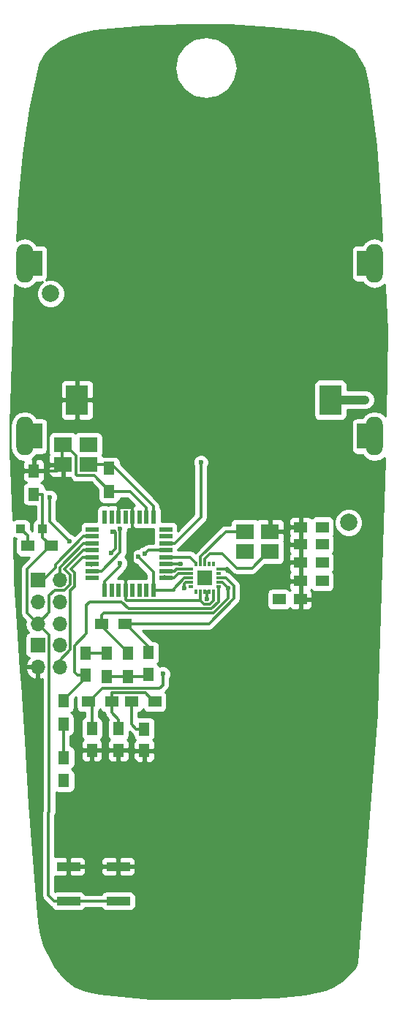
<source format=gbr>
G04 #@! TF.FileFunction,Copper,L2,Bot,Signal*
%FSLAX46Y46*%
G04 Gerber Fmt 4.6, Leading zero omitted, Abs format (unit mm)*
G04 Created by KiCad (PCBNEW 4.0.7) date Mon Aug 20 13:26:01 2018*
%MOMM*%
%LPD*%
G01*
G04 APERTURE LIST*
%ADD10C,0.100000*%
%ADD11R,1.700000X1.700000*%
%ADD12O,1.700000X1.700000*%
%ADD13R,2.750000X1.000000*%
%ADD14C,2.000000*%
%ADD15R,1.500000X3.000000*%
%ADD16O,2.000000X4.500000*%
%ADD17R,0.550000X0.300000*%
%ADD18R,0.300000X0.550000*%
%ADD19R,1.800000X1.800000*%
%ADD20R,0.600000X1.500000*%
%ADD21R,1.500000X0.600000*%
%ADD22R,1.250000X1.500000*%
%ADD23R,1.500000X1.250000*%
%ADD24R,1.000000X1.000000*%
%ADD25R,1.300000X1.500000*%
%ADD26R,1.500000X1.300000*%
%ADD27R,2.100000X1.800000*%
%ADD28R,2.540000X3.510000*%
%ADD29C,0.600000*%
%ADD30C,1.000000*%
%ADD31C,0.300000*%
%ADD32C,1.000000*%
%ADD33C,0.254000*%
G04 APERTURE END LIST*
D10*
D11*
X40460000Y-108920000D03*
D12*
X43000000Y-108920000D03*
X40460000Y-111460000D03*
X43000000Y-111460000D03*
X40460000Y-114000000D03*
X43000000Y-114000000D03*
D11*
X40460000Y-116460000D03*
D12*
X43000000Y-116460000D03*
X40460000Y-119000000D03*
X43000000Y-119000000D03*
D13*
X44025000Y-146100000D03*
X49775000Y-146100000D03*
X49775000Y-142100000D03*
X44025000Y-142100000D03*
D14*
X76450000Y-102300000D03*
D15*
X78200000Y-72300000D03*
X78200000Y-92300000D03*
X40200000Y-92300000D03*
X40200000Y-72300000D03*
D16*
X79450000Y-92300000D03*
X38950000Y-92300000D03*
X79450000Y-72300000D03*
X38950000Y-72300000D03*
D14*
X41950000Y-75800000D03*
D17*
X61400000Y-107710000D03*
X61400000Y-108210000D03*
X61400000Y-108710000D03*
X61400000Y-109210000D03*
X61400000Y-109710000D03*
D18*
X60800000Y-110310000D03*
X60300000Y-110310000D03*
X59800000Y-110310000D03*
X59300000Y-110310000D03*
X58800000Y-110310000D03*
D17*
X58200000Y-109710000D03*
X58200000Y-109210000D03*
X58200000Y-108710000D03*
X58200000Y-108210000D03*
X58200000Y-107710000D03*
D18*
X58800000Y-107110000D03*
X59300000Y-107110000D03*
X59800000Y-107110000D03*
X60300000Y-107110000D03*
X60800000Y-107110000D03*
D19*
X59800000Y-108710000D03*
D20*
X48230000Y-101650000D03*
X49030000Y-101650000D03*
X49830000Y-101650000D03*
X50630000Y-101650000D03*
X51430000Y-101650000D03*
X52230000Y-101650000D03*
X53030000Y-101650000D03*
X53830000Y-101650000D03*
D21*
X55280000Y-103100000D03*
X55280000Y-103900000D03*
X55280000Y-104700000D03*
X55280000Y-105500000D03*
X55280000Y-106300000D03*
X55280000Y-107100000D03*
X55280000Y-107900000D03*
X55280000Y-108700000D03*
D20*
X53830000Y-110150000D03*
X53030000Y-110150000D03*
X52230000Y-110150000D03*
X51430000Y-110150000D03*
X50630000Y-110150000D03*
X49830000Y-110150000D03*
X49030000Y-110150000D03*
X48230000Y-110150000D03*
D21*
X46780000Y-108700000D03*
X46780000Y-107900000D03*
X46780000Y-107100000D03*
X46780000Y-106300000D03*
X46780000Y-105500000D03*
X46780000Y-104700000D03*
X46780000Y-103900000D03*
X46780000Y-103100000D03*
D22*
X45960000Y-119930000D03*
X45960000Y-117430000D03*
D23*
X73400000Y-102810000D03*
X70900000Y-102810000D03*
X73400000Y-106910000D03*
X70900000Y-106910000D03*
X73400000Y-104810000D03*
X70900000Y-104810000D03*
X73390000Y-109050000D03*
X70890000Y-109050000D03*
D22*
X52790000Y-126190000D03*
X52790000Y-128690000D03*
X49800000Y-126160000D03*
X49800000Y-128660000D03*
X46720000Y-126160000D03*
X46720000Y-128660000D03*
D23*
X70890000Y-111180000D03*
X68390000Y-111180000D03*
D22*
X53310000Y-117370000D03*
X53310000Y-119870000D03*
D24*
X38500000Y-103000000D03*
X41000000Y-103000000D03*
D25*
X48440000Y-117410000D03*
X48440000Y-120110000D03*
X43420000Y-125640000D03*
X43420000Y-122940000D03*
D26*
X51300000Y-123000000D03*
X54000000Y-123000000D03*
X49000000Y-123000000D03*
X46300000Y-123000000D03*
X47870000Y-113990000D03*
X50570000Y-113990000D03*
D25*
X50870000Y-120090000D03*
X50870000Y-117390000D03*
X48730000Y-98710000D03*
X48730000Y-96010000D03*
X40000000Y-99000000D03*
X40000000Y-96300000D03*
D26*
X42000000Y-105000000D03*
X39300000Y-105000000D03*
D25*
X43480000Y-132180000D03*
X43480000Y-129480000D03*
D27*
X64430000Y-103350000D03*
X67330000Y-103350000D03*
X67330000Y-105650000D03*
X64430000Y-105650000D03*
X46300000Y-95600000D03*
X43400000Y-95600000D03*
X43400000Y-93300000D03*
X46300000Y-93300000D03*
D28*
X74350000Y-88100000D03*
X44990000Y-88100000D03*
D29*
X57200000Y-72300000D03*
X50630000Y-110150000D03*
X65000000Y-98000000D03*
X51430000Y-110150000D03*
X38500000Y-103000000D03*
X43480000Y-132180000D03*
X53030000Y-110150000D03*
X52230000Y-101650000D03*
X50630000Y-101650000D03*
X73450000Y-109060000D03*
X73400000Y-106910000D03*
X73400000Y-104810000D03*
X73400000Y-102810000D03*
X60060000Y-111120000D03*
D30*
X78350000Y-88100000D03*
D29*
X57425158Y-109872654D03*
X57020000Y-107059992D03*
X44136096Y-104500012D03*
X41849970Y-99350000D03*
X52080000Y-106250000D03*
X55280000Y-108700000D03*
X55280000Y-107900000D03*
X52829620Y-105910380D03*
X59350000Y-95320000D03*
X48915512Y-105822696D03*
X49097553Y-103350001D03*
X50000000Y-107000000D03*
X50000000Y-103000000D03*
X51300000Y-123000000D03*
X50870000Y-120090000D03*
X54930000Y-119820000D03*
X68390000Y-111180000D03*
X62510000Y-109880000D03*
X46780000Y-107100000D03*
D31*
X40000000Y-96300000D02*
X42700000Y-96300000D01*
X42700000Y-96300000D02*
X43400000Y-95600000D01*
X49830000Y-101650000D02*
X49830000Y-100769998D01*
X49830000Y-100769998D02*
X50049999Y-100549999D01*
X50049999Y-100549999D02*
X51379999Y-100549999D01*
X51379999Y-100549999D02*
X51430000Y-100600000D01*
X51430000Y-100600000D02*
X51430000Y-101650000D01*
X50630000Y-110150000D02*
X50630000Y-108407998D01*
X50630000Y-108407998D02*
X51430000Y-107607998D01*
X51430000Y-107607998D02*
X51430000Y-101650000D01*
X59300000Y-111322002D02*
X50752002Y-111322002D01*
X50752002Y-111322002D02*
X50630000Y-111200000D01*
X50630000Y-111200000D02*
X50630000Y-110150000D01*
X60800000Y-110310000D02*
X60800000Y-111342002D01*
X60800000Y-111342002D02*
X60372001Y-111770001D01*
X60372001Y-111770001D02*
X59747999Y-111770001D01*
X59747999Y-111770001D02*
X59300000Y-111322002D01*
X59300000Y-111322002D02*
X59300000Y-110310000D01*
X49830000Y-101650000D02*
X49830000Y-100360000D01*
X51430000Y-101650000D02*
X51430000Y-100260000D01*
X61400000Y-107710000D02*
X62350000Y-107710000D01*
X39300000Y-105000000D02*
X39300000Y-103800000D01*
X39300000Y-103800000D02*
X38500000Y-103000000D01*
X60060000Y-110310000D02*
X60300000Y-110310000D01*
X59800000Y-110310000D02*
X60060000Y-110310000D01*
X60060000Y-110310000D02*
X60060000Y-111120000D01*
D32*
X74350000Y-88100000D02*
X78350000Y-88100000D01*
D31*
X57425158Y-109872654D02*
X57425158Y-109409842D01*
X57425158Y-109409842D02*
X57625000Y-109210000D01*
X57625000Y-109210000D02*
X58200000Y-109210000D01*
X55280000Y-107100000D02*
X56979992Y-107100000D01*
X56979992Y-107100000D02*
X57020000Y-107059992D01*
X41849970Y-99350000D02*
X41849970Y-102213886D01*
X41849970Y-102213886D02*
X44136096Y-104500012D01*
X53830000Y-110150000D02*
X53830000Y-108000000D01*
X53830000Y-108000000D02*
X52080000Y-106250000D01*
X58200000Y-108710000D02*
X57417880Y-108710000D01*
X56204998Y-109922882D02*
X56204998Y-110150000D01*
X57417880Y-108710000D02*
X56204998Y-109922882D01*
X53830000Y-110150000D02*
X56204998Y-110150000D01*
X55130000Y-108550000D02*
X55280000Y-108700000D01*
X58200000Y-108210000D02*
X56727120Y-108210000D01*
X56727120Y-108210000D02*
X56237120Y-108700000D01*
X56237120Y-108700000D02*
X55280000Y-108700000D01*
X55280000Y-107900000D02*
X56330000Y-107900000D01*
X56330000Y-107900000D02*
X56520008Y-107709992D01*
X56520008Y-107709992D02*
X57849992Y-107709992D01*
X57849992Y-107709992D02*
X57850000Y-107710000D01*
X57850000Y-107710000D02*
X58200000Y-107710000D01*
X55280000Y-106300000D02*
X58115000Y-106300000D01*
X58115000Y-106300000D02*
X58800000Y-106985000D01*
X58800000Y-106985000D02*
X58800000Y-107110000D01*
X46300000Y-95600000D02*
X48320000Y-95600000D01*
X48320000Y-95600000D02*
X48730000Y-96010000D01*
X53830000Y-101650000D02*
X53830000Y-100402880D01*
X53830000Y-100402880D02*
X48937110Y-95509990D01*
X48937110Y-95509990D02*
X48522890Y-95509990D01*
X48522890Y-95509990D02*
X48376440Y-95656440D01*
X48730000Y-96110000D02*
X48730000Y-96010000D01*
X52829620Y-105910380D02*
X53240000Y-105500000D01*
X53240000Y-105500000D02*
X55280000Y-105500000D01*
X55280000Y-104700000D02*
X56330000Y-104700000D01*
X56330000Y-104700000D02*
X59350000Y-101680000D01*
X59350000Y-101680000D02*
X59350000Y-95320000D01*
X49499990Y-105281079D02*
X49457129Y-105281079D01*
X49457129Y-105281079D02*
X48915512Y-105822696D01*
X49097553Y-103350001D02*
X49135553Y-103312001D01*
X49135553Y-103312001D02*
X49392001Y-103312001D01*
X49392001Y-103312001D02*
X49499990Y-103419990D01*
X49499990Y-103419990D02*
X49499990Y-105281079D01*
X48230000Y-110150000D02*
X48230000Y-109100000D01*
X48230000Y-109100000D02*
X50000000Y-107330000D01*
X50000000Y-107330000D02*
X50000000Y-107000000D01*
X46780000Y-107900000D02*
X47830000Y-107900000D01*
X47830000Y-107900000D02*
X50000000Y-105730000D01*
X50000000Y-105730000D02*
X50000000Y-103000000D01*
X41690000Y-135870000D02*
X41799999Y-135760001D01*
X41799999Y-115339999D02*
X40460000Y-114000000D01*
X41799999Y-135760001D02*
X41799999Y-115339999D01*
X42350000Y-146100000D02*
X41690000Y-145440000D01*
X41690000Y-145440000D02*
X41690000Y-135870000D01*
X44025000Y-146100000D02*
X42350000Y-146100000D01*
X44025000Y-146100000D02*
X49775000Y-146100000D01*
X41000000Y-103000000D02*
X41000000Y-99050000D01*
X41000000Y-99050000D02*
X40950000Y-99000000D01*
X40950000Y-99000000D02*
X40000000Y-99000000D01*
X42000000Y-105000000D02*
X41900000Y-105000000D01*
X41900000Y-105000000D02*
X39259999Y-107640001D01*
X39259999Y-112799999D02*
X40460000Y-114000000D01*
X39259999Y-107640001D02*
X39259999Y-112799999D01*
X41000000Y-103000000D02*
X41000000Y-104000000D01*
X41000000Y-104000000D02*
X42000000Y-105000000D01*
X40460000Y-114000000D02*
X41799999Y-112660001D01*
X43576001Y-107719999D02*
X43576001Y-107653999D01*
X41799999Y-112660001D02*
X41799999Y-110744001D01*
X41799999Y-110744001D02*
X42423999Y-110120001D01*
X44200001Y-108343999D02*
X43576001Y-107719999D01*
X42423999Y-110120001D02*
X43576001Y-110120001D01*
X43576001Y-110120001D02*
X44200001Y-109496001D01*
X44200001Y-109496001D02*
X44200001Y-108343999D01*
X43576001Y-107653999D02*
X45730000Y-105500000D01*
X45730000Y-105500000D02*
X46780000Y-105500000D01*
X43000000Y-108920000D02*
X43000000Y-107480000D01*
X43000000Y-107480000D02*
X45780000Y-104700000D01*
X45780000Y-104700000D02*
X46780000Y-104700000D01*
X41080000Y-108920000D02*
X42499990Y-107500010D01*
X42499990Y-107500010D02*
X42499990Y-107130010D01*
X42499990Y-107130010D02*
X45730000Y-103900000D01*
X45730000Y-103900000D02*
X46780000Y-103900000D01*
X40460000Y-108920000D02*
X41080000Y-108920000D01*
X45960000Y-117430000D02*
X48420000Y-117430000D01*
X48420000Y-117430000D02*
X48440000Y-117410000D01*
X50870000Y-120090000D02*
X50870000Y-119990000D01*
X51400000Y-123000000D02*
X51300000Y-123000000D01*
X50870000Y-120090000D02*
X53090000Y-120090000D01*
X53090000Y-120090000D02*
X53310000Y-119870000D01*
X48440000Y-120110000D02*
X50850000Y-120110000D01*
X50850000Y-120110000D02*
X50870000Y-120090000D01*
X52790000Y-126190000D02*
X51865000Y-126190000D01*
X51865000Y-126190000D02*
X51300000Y-125625000D01*
X51300000Y-125625000D02*
X51300000Y-123000000D01*
X49000000Y-123000000D02*
X49000000Y-122050000D01*
X49000000Y-122050000D02*
X49050001Y-121999999D01*
X49050001Y-121999999D02*
X52899999Y-121999999D01*
X52899999Y-121999999D02*
X53900000Y-123000000D01*
X53900000Y-123000000D02*
X54000000Y-123000000D01*
X49800000Y-126160000D02*
X49800000Y-125110000D01*
X49800000Y-125110000D02*
X49000000Y-124310000D01*
X49000000Y-124310000D02*
X49000000Y-123000000D01*
X54930000Y-119820000D02*
X54930000Y-121120000D01*
X54930000Y-121120000D02*
X54550011Y-121499989D01*
X54550011Y-121499989D02*
X47900011Y-121499989D01*
X47900011Y-121499989D02*
X46400000Y-123000000D01*
X46400000Y-123000000D02*
X46300000Y-123000000D01*
X46720000Y-126160000D02*
X46720000Y-123420000D01*
X46720000Y-123420000D02*
X46300000Y-123000000D01*
X43420000Y-125640000D02*
X43420000Y-129420000D01*
X43420000Y-129420000D02*
X43480000Y-129480000D01*
X43280000Y-94850000D02*
X43280000Y-93650000D01*
X48730000Y-98710000D02*
X48730000Y-98610000D01*
X48730000Y-98610000D02*
X46970001Y-96850001D01*
X46970001Y-96850001D02*
X44969999Y-96850001D01*
X44969999Y-96850001D02*
X44899999Y-96780001D01*
X44899999Y-96780001D02*
X44899999Y-94562879D01*
X44899999Y-94562879D02*
X43487110Y-93149990D01*
X43487110Y-93149990D02*
X43400000Y-93149990D01*
X48730000Y-98710000D02*
X51140000Y-98710000D01*
X51140000Y-98710000D02*
X53030000Y-100600000D01*
X53030000Y-100600000D02*
X53030000Y-101650000D01*
X46090000Y-115170000D02*
X46090000Y-111820000D01*
X46090000Y-111820000D02*
X46460000Y-111450000D01*
X44730000Y-116530000D02*
X46090000Y-115170000D01*
X45035000Y-119930000D02*
X44730000Y-119625000D01*
X44730000Y-119625000D02*
X44730000Y-116530000D01*
X45960000Y-119930000D02*
X45035000Y-119930000D01*
X50992891Y-112270011D02*
X60579111Y-112270011D01*
X46460000Y-111450000D02*
X50172880Y-111450000D01*
X50172880Y-111450000D02*
X50992891Y-112270011D01*
X60579111Y-112270011D02*
X61400000Y-111449122D01*
X61400000Y-111449122D02*
X61400000Y-109710000D01*
X43420000Y-122940000D02*
X43420000Y-122840000D01*
X43420000Y-122840000D02*
X45960000Y-120300000D01*
X45960000Y-120300000D02*
X45960000Y-119930000D01*
X47870000Y-113990000D02*
X47870000Y-113040000D01*
X47870000Y-113040000D02*
X48139979Y-112770021D01*
X48139979Y-112770021D02*
X60786221Y-112770021D01*
X60786221Y-112770021D02*
X62510000Y-111046242D01*
X62510000Y-111046242D02*
X62510000Y-109880000D01*
X61400000Y-109210000D02*
X61840000Y-109210000D01*
X61840000Y-109210000D02*
X62510000Y-109880000D01*
X50870000Y-117390000D02*
X50870000Y-117290000D01*
X50870000Y-117290000D02*
X47870000Y-114290000D01*
X47870000Y-114290000D02*
X47870000Y-113990000D01*
X50570000Y-113990000D02*
X60273362Y-113990000D01*
X63160001Y-111103361D02*
X63160001Y-109590001D01*
X60273362Y-113990000D02*
X63160001Y-111103361D01*
X63160001Y-109590001D02*
X62280000Y-108710000D01*
X62280000Y-108710000D02*
X61400000Y-108710000D01*
X50570000Y-113990000D02*
X50670000Y-113990000D01*
X50670000Y-113990000D02*
X53310000Y-116630000D01*
X53310000Y-116630000D02*
X53310000Y-117370000D01*
X59300000Y-107110000D02*
X59300000Y-106280000D01*
X59300000Y-106280000D02*
X62230000Y-103350000D01*
X62230000Y-103350000D02*
X64430000Y-103350000D01*
X61860000Y-105920000D02*
X63510000Y-107570000D01*
X63510000Y-107570000D02*
X65260000Y-107570000D01*
X67180000Y-105650000D02*
X67330000Y-105650000D01*
X65260000Y-107570000D02*
X67180000Y-105650000D01*
X60415000Y-105920000D02*
X61860000Y-105920000D01*
X59800000Y-107110000D02*
X59800000Y-106535000D01*
X59800000Y-106535000D02*
X60415000Y-105920000D01*
X46630001Y-107249999D02*
X46780000Y-107100000D01*
X43000000Y-119000000D02*
X43000000Y-118236002D01*
X43000000Y-118236002D02*
X44229990Y-117006012D01*
X44229990Y-117006012D02*
X44229990Y-110173132D01*
X45660000Y-106300000D02*
X46780000Y-106300000D01*
X44229990Y-110173132D02*
X44700011Y-109703111D01*
X44700011Y-109703111D02*
X44700011Y-108136889D01*
X44700011Y-108136889D02*
X44280000Y-107716878D01*
X44280000Y-107716878D02*
X44280000Y-107680000D01*
X44280000Y-107680000D02*
X45660000Y-106300000D01*
D33*
G36*
X67444321Y-45007921D02*
X72561283Y-45499936D01*
X74702773Y-46151694D01*
X77025573Y-47609138D01*
X78229743Y-49660686D01*
X78650464Y-51624050D01*
X79643016Y-58671172D01*
X80091309Y-66043096D01*
X80306972Y-69637476D01*
X80075687Y-69482937D01*
X79450000Y-69358480D01*
X78824313Y-69482937D01*
X78293880Y-69837360D01*
X78083271Y-70152560D01*
X77450000Y-70152560D01*
X77214683Y-70196838D01*
X76998559Y-70335910D01*
X76853569Y-70548110D01*
X76802560Y-70800000D01*
X76802560Y-73800000D01*
X76846838Y-74035317D01*
X76985910Y-74251441D01*
X77198110Y-74396431D01*
X77450000Y-74447440D01*
X78083271Y-74447440D01*
X78293880Y-74762640D01*
X78824313Y-75117063D01*
X79450000Y-75241520D01*
X80075687Y-75117063D01*
X80606120Y-74762640D01*
X80622269Y-74738471D01*
X80640884Y-75036310D01*
X80839806Y-80009361D01*
X80703795Y-89983541D01*
X80606120Y-89837360D01*
X80075687Y-89482937D01*
X79450000Y-89358480D01*
X78824313Y-89482937D01*
X78293880Y-89837360D01*
X78083271Y-90152560D01*
X77450000Y-90152560D01*
X77214683Y-90196838D01*
X76998559Y-90335910D01*
X76853569Y-90548110D01*
X76802560Y-90800000D01*
X76802560Y-93800000D01*
X76846838Y-94035317D01*
X76985910Y-94251441D01*
X77198110Y-94396431D01*
X77450000Y-94447440D01*
X78083271Y-94447440D01*
X78293880Y-94762640D01*
X78824313Y-95117063D01*
X79450000Y-95241520D01*
X80075687Y-95117063D01*
X80595536Y-94769712D01*
X80590300Y-94979132D01*
X80340405Y-102376027D01*
X80340715Y-102377919D01*
X80340288Y-102379787D01*
X79890319Y-118178708D01*
X79690895Y-124460543D01*
X77399705Y-153249843D01*
X77235061Y-153710847D01*
X75600615Y-155345293D01*
X74714225Y-155921446D01*
X73781956Y-156320990D01*
X71387004Y-156847880D01*
X68053507Y-157191034D01*
X61042283Y-157389934D01*
X53534556Y-157340214D01*
X47564011Y-156797437D01*
X45966565Y-156421567D01*
X44746698Y-155924585D01*
X43954006Y-155352085D01*
X43084135Y-154527997D01*
X42452842Y-153671242D01*
X41164836Y-151238345D01*
X40845563Y-150052474D01*
X40604235Y-148507969D01*
X40407144Y-146635606D01*
X39508354Y-134951327D01*
X39058705Y-127517135D01*
X39057045Y-127510813D01*
X39058305Y-127500963D01*
X38608305Y-121000964D01*
X38608097Y-121000200D01*
X38608196Y-120999414D01*
X38490873Y-119356890D01*
X39018524Y-119356890D01*
X39188355Y-119766924D01*
X39578642Y-120195183D01*
X40103108Y-120441486D01*
X40333000Y-120320819D01*
X40333000Y-119127000D01*
X39139845Y-119127000D01*
X39018524Y-119356890D01*
X38490873Y-119356890D01*
X38108479Y-114003377D01*
X37809363Y-109018110D01*
X37659905Y-104036163D01*
X37748110Y-104096431D01*
X37945802Y-104136465D01*
X37902560Y-104350000D01*
X37902560Y-105650000D01*
X37946838Y-105885317D01*
X38085910Y-106101441D01*
X38298110Y-106246431D01*
X38550000Y-106297440D01*
X39492402Y-106297440D01*
X38704920Y-107084922D01*
X38534754Y-107339594D01*
X38482956Y-107600000D01*
X38474999Y-107640001D01*
X38474999Y-112799999D01*
X38534754Y-113100406D01*
X38704920Y-113355078D01*
X39012924Y-113663082D01*
X38945907Y-114000000D01*
X39058946Y-114568285D01*
X39358804Y-115017056D01*
X39158559Y-115145910D01*
X39013569Y-115358110D01*
X38962560Y-115610000D01*
X38962560Y-117310000D01*
X39006838Y-117545317D01*
X39145910Y-117761441D01*
X39358110Y-117906431D01*
X39466107Y-117928301D01*
X39188355Y-118233076D01*
X39018524Y-118643110D01*
X39139845Y-118873000D01*
X40333000Y-118873000D01*
X40333000Y-118853000D01*
X40587000Y-118853000D01*
X40587000Y-118873000D01*
X40607000Y-118873000D01*
X40607000Y-119127000D01*
X40587000Y-119127000D01*
X40587000Y-120320819D01*
X40816892Y-120441486D01*
X41014999Y-120348450D01*
X41014999Y-135494397D01*
X40964755Y-135569593D01*
X40964755Y-135569594D01*
X40905000Y-135870000D01*
X40905000Y-145440000D01*
X40964755Y-145740407D01*
X41134921Y-145995079D01*
X41794921Y-146655079D01*
X42044274Y-146821691D01*
X42046838Y-146835317D01*
X42185910Y-147051441D01*
X42398110Y-147196431D01*
X42650000Y-147247440D01*
X45400000Y-147247440D01*
X45635317Y-147203162D01*
X45851441Y-147064090D01*
X45973808Y-146885000D01*
X47828808Y-146885000D01*
X47935910Y-147051441D01*
X48148110Y-147196431D01*
X48400000Y-147247440D01*
X51150000Y-147247440D01*
X51385317Y-147203162D01*
X51601441Y-147064090D01*
X51746431Y-146851890D01*
X51797440Y-146600000D01*
X51797440Y-145600000D01*
X51753162Y-145364683D01*
X51614090Y-145148559D01*
X51401890Y-145003569D01*
X51150000Y-144952560D01*
X48400000Y-144952560D01*
X48164683Y-144996838D01*
X47948559Y-145135910D01*
X47826192Y-145315000D01*
X45971192Y-145315000D01*
X45864090Y-145148559D01*
X45651890Y-145003569D01*
X45400000Y-144952560D01*
X42650000Y-144952560D01*
X42475000Y-144985489D01*
X42475000Y-143214832D01*
X42523691Y-143235000D01*
X43739250Y-143235000D01*
X43898000Y-143076250D01*
X43898000Y-142227000D01*
X44152000Y-142227000D01*
X44152000Y-143076250D01*
X44310750Y-143235000D01*
X45526309Y-143235000D01*
X45759698Y-143138327D01*
X45938327Y-142959699D01*
X46035000Y-142726310D01*
X46035000Y-142385750D01*
X47765000Y-142385750D01*
X47765000Y-142726310D01*
X47861673Y-142959699D01*
X48040302Y-143138327D01*
X48273691Y-143235000D01*
X49489250Y-143235000D01*
X49648000Y-143076250D01*
X49648000Y-142227000D01*
X49902000Y-142227000D01*
X49902000Y-143076250D01*
X50060750Y-143235000D01*
X51276309Y-143235000D01*
X51509698Y-143138327D01*
X51688327Y-142959699D01*
X51785000Y-142726310D01*
X51785000Y-142385750D01*
X51626250Y-142227000D01*
X49902000Y-142227000D01*
X49648000Y-142227000D01*
X47923750Y-142227000D01*
X47765000Y-142385750D01*
X46035000Y-142385750D01*
X45876250Y-142227000D01*
X44152000Y-142227000D01*
X43898000Y-142227000D01*
X43878000Y-142227000D01*
X43878000Y-141973000D01*
X43898000Y-141973000D01*
X43898000Y-141123750D01*
X44152000Y-141123750D01*
X44152000Y-141973000D01*
X45876250Y-141973000D01*
X46035000Y-141814250D01*
X46035000Y-141473690D01*
X47765000Y-141473690D01*
X47765000Y-141814250D01*
X47923750Y-141973000D01*
X49648000Y-141973000D01*
X49648000Y-141123750D01*
X49902000Y-141123750D01*
X49902000Y-141973000D01*
X51626250Y-141973000D01*
X51785000Y-141814250D01*
X51785000Y-141473690D01*
X51688327Y-141240301D01*
X51509698Y-141061673D01*
X51276309Y-140965000D01*
X50060750Y-140965000D01*
X49902000Y-141123750D01*
X49648000Y-141123750D01*
X49489250Y-140965000D01*
X48273691Y-140965000D01*
X48040302Y-141061673D01*
X47861673Y-141240301D01*
X47765000Y-141473690D01*
X46035000Y-141473690D01*
X45938327Y-141240301D01*
X45759698Y-141061673D01*
X45526309Y-140965000D01*
X44310750Y-140965000D01*
X44152000Y-141123750D01*
X43898000Y-141123750D01*
X43739250Y-140965000D01*
X42523691Y-140965000D01*
X42475000Y-140985168D01*
X42475000Y-136135604D01*
X42525244Y-136060408D01*
X42584999Y-135760001D01*
X42584999Y-133527826D01*
X42830000Y-133577440D01*
X44130000Y-133577440D01*
X44365317Y-133533162D01*
X44581441Y-133394090D01*
X44726431Y-133181890D01*
X44777440Y-132930000D01*
X44777440Y-131430000D01*
X44733162Y-131194683D01*
X44594090Y-130978559D01*
X44381890Y-130833569D01*
X44368803Y-130830919D01*
X44581441Y-130694090D01*
X44726431Y-130481890D01*
X44777440Y-130230000D01*
X44777440Y-128945750D01*
X45460000Y-128945750D01*
X45460000Y-129536309D01*
X45556673Y-129769698D01*
X45735301Y-129948327D01*
X45968690Y-130045000D01*
X46434250Y-130045000D01*
X46593000Y-129886250D01*
X46593000Y-128787000D01*
X46847000Y-128787000D01*
X46847000Y-129886250D01*
X47005750Y-130045000D01*
X47471310Y-130045000D01*
X47704699Y-129948327D01*
X47883327Y-129769698D01*
X47980000Y-129536309D01*
X47980000Y-128945750D01*
X48540000Y-128945750D01*
X48540000Y-129536309D01*
X48636673Y-129769698D01*
X48815301Y-129948327D01*
X49048690Y-130045000D01*
X49514250Y-130045000D01*
X49673000Y-129886250D01*
X49673000Y-128787000D01*
X49927000Y-128787000D01*
X49927000Y-129886250D01*
X50085750Y-130045000D01*
X50551310Y-130045000D01*
X50784699Y-129948327D01*
X50963327Y-129769698D01*
X51060000Y-129536309D01*
X51060000Y-128975750D01*
X51530000Y-128975750D01*
X51530000Y-129566309D01*
X51626673Y-129799698D01*
X51805301Y-129978327D01*
X52038690Y-130075000D01*
X52504250Y-130075000D01*
X52663000Y-129916250D01*
X52663000Y-128817000D01*
X52917000Y-128817000D01*
X52917000Y-129916250D01*
X53075750Y-130075000D01*
X53541310Y-130075000D01*
X53774699Y-129978327D01*
X53953327Y-129799698D01*
X54050000Y-129566309D01*
X54050000Y-128975750D01*
X53891250Y-128817000D01*
X52917000Y-128817000D01*
X52663000Y-128817000D01*
X51688750Y-128817000D01*
X51530000Y-128975750D01*
X51060000Y-128975750D01*
X51060000Y-128945750D01*
X50901250Y-128787000D01*
X49927000Y-128787000D01*
X49673000Y-128787000D01*
X48698750Y-128787000D01*
X48540000Y-128945750D01*
X47980000Y-128945750D01*
X47821250Y-128787000D01*
X46847000Y-128787000D01*
X46593000Y-128787000D01*
X45618750Y-128787000D01*
X45460000Y-128945750D01*
X44777440Y-128945750D01*
X44777440Y-128730000D01*
X44733162Y-128494683D01*
X44594090Y-128278559D01*
X44381890Y-128133569D01*
X44205000Y-128097748D01*
X44205000Y-127012038D01*
X44305317Y-126993162D01*
X44521441Y-126854090D01*
X44666431Y-126641890D01*
X44717440Y-126390000D01*
X44717440Y-124890000D01*
X44673162Y-124654683D01*
X44534090Y-124438559D01*
X44321890Y-124293569D01*
X44308803Y-124290919D01*
X44521441Y-124154090D01*
X44666431Y-123941890D01*
X44717440Y-123690000D01*
X44717440Y-122652718D01*
X44902560Y-122467598D01*
X44902560Y-123650000D01*
X44946838Y-123885317D01*
X45085910Y-124101441D01*
X45298110Y-124246431D01*
X45550000Y-124297440D01*
X45935000Y-124297440D01*
X45935000Y-124792666D01*
X45859683Y-124806838D01*
X45643559Y-124945910D01*
X45498569Y-125158110D01*
X45447560Y-125410000D01*
X45447560Y-126910000D01*
X45491838Y-127145317D01*
X45630910Y-127361441D01*
X45699006Y-127407969D01*
X45556673Y-127550302D01*
X45460000Y-127783691D01*
X45460000Y-128374250D01*
X45618750Y-128533000D01*
X46593000Y-128533000D01*
X46593000Y-128513000D01*
X46847000Y-128513000D01*
X46847000Y-128533000D01*
X47821250Y-128533000D01*
X47980000Y-128374250D01*
X47980000Y-127783691D01*
X47883327Y-127550302D01*
X47742090Y-127409064D01*
X47796441Y-127374090D01*
X47941431Y-127161890D01*
X47992440Y-126910000D01*
X47992440Y-125410000D01*
X47948162Y-125174683D01*
X47809090Y-124958559D01*
X47596890Y-124813569D01*
X47505000Y-124794961D01*
X47505000Y-124108881D01*
X47646431Y-123901890D01*
X47649081Y-123888803D01*
X47785910Y-124101441D01*
X47998110Y-124246431D01*
X48215000Y-124290352D01*
X48215000Y-124310000D01*
X48274755Y-124610407D01*
X48444921Y-124865079D01*
X48643265Y-125063423D01*
X48578569Y-125158110D01*
X48527560Y-125410000D01*
X48527560Y-126910000D01*
X48571838Y-127145317D01*
X48710910Y-127361441D01*
X48779006Y-127407969D01*
X48636673Y-127550302D01*
X48540000Y-127783691D01*
X48540000Y-128374250D01*
X48698750Y-128533000D01*
X49673000Y-128533000D01*
X49673000Y-128513000D01*
X49927000Y-128513000D01*
X49927000Y-128533000D01*
X50901250Y-128533000D01*
X51060000Y-128374250D01*
X51060000Y-127783691D01*
X50963327Y-127550302D01*
X50822090Y-127409064D01*
X50876441Y-127374090D01*
X51021431Y-127161890D01*
X51072440Y-126910000D01*
X51072440Y-126507598D01*
X51309921Y-126745079D01*
X51517560Y-126883818D01*
X51517560Y-126940000D01*
X51561838Y-127175317D01*
X51700910Y-127391441D01*
X51769006Y-127437969D01*
X51626673Y-127580302D01*
X51530000Y-127813691D01*
X51530000Y-128404250D01*
X51688750Y-128563000D01*
X52663000Y-128563000D01*
X52663000Y-128543000D01*
X52917000Y-128543000D01*
X52917000Y-128563000D01*
X53891250Y-128563000D01*
X54050000Y-128404250D01*
X54050000Y-127813691D01*
X53953327Y-127580302D01*
X53812090Y-127439064D01*
X53866441Y-127404090D01*
X54011431Y-127191890D01*
X54062440Y-126940000D01*
X54062440Y-125440000D01*
X54018162Y-125204683D01*
X53879090Y-124988559D01*
X53666890Y-124843569D01*
X53415000Y-124792560D01*
X52165000Y-124792560D01*
X52085000Y-124807613D01*
X52085000Y-124290854D01*
X52285317Y-124253162D01*
X52501441Y-124114090D01*
X52646431Y-123901890D01*
X52649081Y-123888803D01*
X52785910Y-124101441D01*
X52998110Y-124246431D01*
X53250000Y-124297440D01*
X54750000Y-124297440D01*
X54985317Y-124253162D01*
X55201441Y-124114090D01*
X55346431Y-123901890D01*
X55397440Y-123650000D01*
X55397440Y-122350000D01*
X55353162Y-122114683D01*
X55232691Y-121927467D01*
X55485079Y-121675079D01*
X55655245Y-121420406D01*
X55715001Y-121120000D01*
X55715000Y-121119995D01*
X55715000Y-120357506D01*
X55722192Y-120350327D01*
X55864838Y-120006799D01*
X55865162Y-119634833D01*
X55723117Y-119291057D01*
X55460327Y-119027808D01*
X55116799Y-118885162D01*
X54744833Y-118884838D01*
X54553098Y-118964061D01*
X54538162Y-118884683D01*
X54399090Y-118668559D01*
X54329289Y-118620866D01*
X54386441Y-118584090D01*
X54531431Y-118371890D01*
X54582440Y-118120000D01*
X54582440Y-116620000D01*
X54538162Y-116384683D01*
X54399090Y-116168559D01*
X54186890Y-116023569D01*
X53935000Y-115972560D01*
X53762718Y-115972560D01*
X52565158Y-114775000D01*
X60273362Y-114775000D01*
X60573769Y-114715245D01*
X60828441Y-114545079D01*
X63715080Y-111658440D01*
X63885246Y-111403768D01*
X63945001Y-111103361D01*
X63945001Y-110555000D01*
X66992560Y-110555000D01*
X66992560Y-111805000D01*
X67036838Y-112040317D01*
X67175910Y-112256441D01*
X67388110Y-112401431D01*
X67640000Y-112452440D01*
X69140000Y-112452440D01*
X69375317Y-112408162D01*
X69591441Y-112269090D01*
X69637969Y-112200994D01*
X69780302Y-112343327D01*
X70013691Y-112440000D01*
X70604250Y-112440000D01*
X70763000Y-112281250D01*
X70763000Y-111307000D01*
X71017000Y-111307000D01*
X71017000Y-112281250D01*
X71175750Y-112440000D01*
X71766309Y-112440000D01*
X71999698Y-112343327D01*
X72178327Y-112164699D01*
X72275000Y-111931310D01*
X72275000Y-111465750D01*
X72116250Y-111307000D01*
X71017000Y-111307000D01*
X70763000Y-111307000D01*
X70743000Y-111307000D01*
X70743000Y-111053000D01*
X70763000Y-111053000D01*
X70763000Y-109177000D01*
X69663750Y-109177000D01*
X69505000Y-109335750D01*
X69505000Y-109801310D01*
X69601673Y-110034699D01*
X69681974Y-110115000D01*
X69639064Y-110157910D01*
X69604090Y-110103559D01*
X69391890Y-109958569D01*
X69140000Y-109907560D01*
X67640000Y-109907560D01*
X67404683Y-109951838D01*
X67188559Y-110090910D01*
X67043569Y-110303110D01*
X66992560Y-110555000D01*
X63945001Y-110555000D01*
X63945001Y-109590001D01*
X63929168Y-109510406D01*
X63885246Y-109289594D01*
X63715080Y-109034922D01*
X62835079Y-108154921D01*
X62580407Y-107984755D01*
X62297700Y-107928521D01*
X62278162Y-107824683D01*
X62154204Y-107632046D01*
X62308046Y-107478204D01*
X62954921Y-108125079D01*
X63209593Y-108295245D01*
X63510000Y-108355000D01*
X65260000Y-108355000D01*
X65543087Y-108298690D01*
X69505000Y-108298690D01*
X69505000Y-108764250D01*
X69663750Y-108923000D01*
X70763000Y-108923000D01*
X70763000Y-108021250D01*
X70773000Y-108011250D01*
X70773000Y-107948750D01*
X71017000Y-107948750D01*
X71017000Y-108923000D01*
X71037000Y-108923000D01*
X71037000Y-109177000D01*
X71017000Y-109177000D01*
X71017000Y-111053000D01*
X72116250Y-111053000D01*
X72275000Y-110894250D01*
X72275000Y-110428690D01*
X72178327Y-110195301D01*
X72098026Y-110115000D01*
X72140936Y-110072090D01*
X72175910Y-110126441D01*
X72388110Y-110271431D01*
X72640000Y-110322440D01*
X74140000Y-110322440D01*
X74375317Y-110278162D01*
X74591441Y-110139090D01*
X74736431Y-109926890D01*
X74787440Y-109675000D01*
X74787440Y-108425000D01*
X74743162Y-108189683D01*
X74611266Y-107984711D01*
X74746431Y-107786890D01*
X74797440Y-107535000D01*
X74797440Y-106285000D01*
X74753162Y-106049683D01*
X74629671Y-105857773D01*
X74746431Y-105686890D01*
X74797440Y-105435000D01*
X74797440Y-104185000D01*
X74753162Y-103949683D01*
X74662810Y-103809273D01*
X74746431Y-103686890D01*
X74797440Y-103435000D01*
X74797440Y-102623795D01*
X74814716Y-102623795D01*
X75063106Y-103224943D01*
X75522637Y-103685278D01*
X76123352Y-103934716D01*
X76773795Y-103935284D01*
X77374943Y-103686894D01*
X77835278Y-103227363D01*
X78084716Y-102626648D01*
X78085284Y-101976205D01*
X77836894Y-101375057D01*
X77377363Y-100914722D01*
X76776648Y-100665284D01*
X76126205Y-100664716D01*
X75525057Y-100913106D01*
X75064722Y-101372637D01*
X74815284Y-101973352D01*
X74814716Y-102623795D01*
X74797440Y-102623795D01*
X74797440Y-102185000D01*
X74753162Y-101949683D01*
X74614090Y-101733559D01*
X74401890Y-101588569D01*
X74150000Y-101537560D01*
X72650000Y-101537560D01*
X72414683Y-101581838D01*
X72198559Y-101720910D01*
X72152031Y-101789006D01*
X72009698Y-101646673D01*
X71776309Y-101550000D01*
X71185750Y-101550000D01*
X71027000Y-101708750D01*
X71027000Y-102683000D01*
X71047000Y-102683000D01*
X71047000Y-102937000D01*
X71027000Y-102937000D01*
X71027000Y-104683000D01*
X71047000Y-104683000D01*
X71047000Y-104937000D01*
X71027000Y-104937000D01*
X71027000Y-106783000D01*
X71047000Y-106783000D01*
X71047000Y-107037000D01*
X71027000Y-107037000D01*
X71027000Y-107938750D01*
X71017000Y-107948750D01*
X70773000Y-107948750D01*
X70773000Y-107037000D01*
X69673750Y-107037000D01*
X69515000Y-107195750D01*
X69515000Y-107661310D01*
X69611673Y-107894699D01*
X69691974Y-107975000D01*
X69601673Y-108065301D01*
X69505000Y-108298690D01*
X65543087Y-108298690D01*
X65560407Y-108295245D01*
X65815079Y-108125079D01*
X66742718Y-107197440D01*
X68380000Y-107197440D01*
X68615317Y-107153162D01*
X68831441Y-107014090D01*
X68976431Y-106801890D01*
X69027440Y-106550000D01*
X69027440Y-105095750D01*
X69515000Y-105095750D01*
X69515000Y-105561310D01*
X69611673Y-105794699D01*
X69676974Y-105860000D01*
X69611673Y-105925301D01*
X69515000Y-106158690D01*
X69515000Y-106624250D01*
X69673750Y-106783000D01*
X70773000Y-106783000D01*
X70773000Y-104937000D01*
X69673750Y-104937000D01*
X69515000Y-105095750D01*
X69027440Y-105095750D01*
X69027440Y-104750000D01*
X68983162Y-104514683D01*
X68967662Y-104490595D01*
X69015000Y-104376310D01*
X69015000Y-103635750D01*
X68856250Y-103477000D01*
X67457000Y-103477000D01*
X67457000Y-103497000D01*
X67203000Y-103497000D01*
X67203000Y-103477000D01*
X67183000Y-103477000D01*
X67183000Y-103223000D01*
X67203000Y-103223000D01*
X67203000Y-101973750D01*
X67457000Y-101973750D01*
X67457000Y-103223000D01*
X68856250Y-103223000D01*
X68983500Y-103095750D01*
X69515000Y-103095750D01*
X69515000Y-103561310D01*
X69611673Y-103794699D01*
X69626974Y-103810000D01*
X69611673Y-103825301D01*
X69515000Y-104058690D01*
X69515000Y-104524250D01*
X69673750Y-104683000D01*
X70773000Y-104683000D01*
X70773000Y-102937000D01*
X69673750Y-102937000D01*
X69515000Y-103095750D01*
X68983500Y-103095750D01*
X69015000Y-103064250D01*
X69015000Y-102323690D01*
X68918327Y-102090301D01*
X68886716Y-102058690D01*
X69515000Y-102058690D01*
X69515000Y-102524250D01*
X69673750Y-102683000D01*
X70773000Y-102683000D01*
X70773000Y-101708750D01*
X70614250Y-101550000D01*
X70023691Y-101550000D01*
X69790302Y-101646673D01*
X69611673Y-101825301D01*
X69515000Y-102058690D01*
X68886716Y-102058690D01*
X68739698Y-101911673D01*
X68506309Y-101815000D01*
X67615750Y-101815000D01*
X67457000Y-101973750D01*
X67203000Y-101973750D01*
X67044250Y-101815000D01*
X66153691Y-101815000D01*
X65920302Y-101911673D01*
X65878340Y-101953634D01*
X65731890Y-101853569D01*
X65480000Y-101802560D01*
X63380000Y-101802560D01*
X63144683Y-101846838D01*
X62928559Y-101985910D01*
X62783569Y-102198110D01*
X62732560Y-102450000D01*
X62732560Y-102565000D01*
X62230000Y-102565000D01*
X61929594Y-102624755D01*
X61674921Y-102794921D01*
X58744921Y-105724921D01*
X58706933Y-105781775D01*
X58670079Y-105744921D01*
X58415407Y-105574755D01*
X58115000Y-105515000D01*
X56677440Y-105515000D01*
X56677440Y-105393819D01*
X56885079Y-105255079D01*
X59905079Y-102235079D01*
X60075245Y-101980407D01*
X60135000Y-101680000D01*
X60135000Y-95857506D01*
X60142192Y-95850327D01*
X60284838Y-95506799D01*
X60285162Y-95134833D01*
X60143117Y-94791057D01*
X59880327Y-94527808D01*
X59536799Y-94385162D01*
X59164833Y-94384838D01*
X58821057Y-94526883D01*
X58557808Y-94789673D01*
X58415162Y-95133201D01*
X58414838Y-95505167D01*
X58556883Y-95848943D01*
X58565000Y-95857074D01*
X58565000Y-101354842D01*
X56677440Y-103242402D01*
X56677440Y-102800000D01*
X56633162Y-102564683D01*
X56494090Y-102348559D01*
X56281890Y-102203569D01*
X56030000Y-102152560D01*
X54777440Y-102152560D01*
X54777440Y-100900000D01*
X54733162Y-100664683D01*
X54615000Y-100481054D01*
X54615000Y-100402880D01*
X54555245Y-100102474D01*
X54385079Y-99847801D01*
X50027440Y-95490162D01*
X50027440Y-95260000D01*
X49983162Y-95024683D01*
X49844090Y-94808559D01*
X49631890Y-94663569D01*
X49380000Y-94612560D01*
X48080000Y-94612560D01*
X47984373Y-94630554D01*
X47953162Y-94464683D01*
X47945658Y-94453021D01*
X47946431Y-94451890D01*
X47997440Y-94200000D01*
X47997440Y-92400000D01*
X47953162Y-92164683D01*
X47814090Y-91948559D01*
X47601890Y-91803569D01*
X47350000Y-91752560D01*
X45250000Y-91752560D01*
X45014683Y-91796838D01*
X44848523Y-91903759D01*
X44701890Y-91803569D01*
X44450000Y-91752560D01*
X42350000Y-91752560D01*
X42114683Y-91796838D01*
X41898559Y-91935910D01*
X41753569Y-92148110D01*
X41702560Y-92400000D01*
X41702560Y-94200000D01*
X41746838Y-94435317D01*
X41762338Y-94459405D01*
X41715000Y-94573690D01*
X41715000Y-95314250D01*
X41873750Y-95473000D01*
X42826573Y-95473000D01*
X42979594Y-95575245D01*
X43280000Y-95635000D01*
X43547000Y-95581890D01*
X43547000Y-95727000D01*
X43527000Y-95727000D01*
X43527000Y-96976250D01*
X43685750Y-97135000D01*
X44211231Y-97135000D01*
X44344920Y-97335080D01*
X44414920Y-97405080D01*
X44669592Y-97575246D01*
X44969999Y-97635001D01*
X46644843Y-97635001D01*
X47432560Y-98422718D01*
X47432560Y-99460000D01*
X47476838Y-99695317D01*
X47615910Y-99911441D01*
X47828110Y-100056431D01*
X48080000Y-100107440D01*
X49380000Y-100107440D01*
X49615317Y-100063162D01*
X49831441Y-99924090D01*
X49976431Y-99711890D01*
X50020352Y-99495000D01*
X50814842Y-99495000D01*
X51647221Y-100327379D01*
X51478559Y-100435910D01*
X51430866Y-100505711D01*
X51394090Y-100448559D01*
X51184823Y-100305573D01*
X51144250Y-100265000D01*
X51003691Y-100265000D01*
X50999665Y-100266668D01*
X50930000Y-100252560D01*
X50330000Y-100252560D01*
X50258676Y-100265981D01*
X50256309Y-100265000D01*
X50115750Y-100265000D01*
X50064471Y-100316279D01*
X49878559Y-100435910D01*
X49830866Y-100505711D01*
X49794090Y-100448559D01*
X49584823Y-100305573D01*
X49544250Y-100265000D01*
X49403691Y-100265000D01*
X49399665Y-100266668D01*
X49330000Y-100252560D01*
X48730000Y-100252560D01*
X48626329Y-100272067D01*
X48530000Y-100252560D01*
X47930000Y-100252560D01*
X47694683Y-100296838D01*
X47478559Y-100435910D01*
X47333569Y-100648110D01*
X47282560Y-100900000D01*
X47282560Y-102152560D01*
X46030000Y-102152560D01*
X45794683Y-102196838D01*
X45578559Y-102335910D01*
X45433569Y-102548110D01*
X45382560Y-102800000D01*
X45382560Y-103206181D01*
X45174921Y-103344921D01*
X44739159Y-103780683D01*
X44666423Y-103707820D01*
X44322895Y-103565174D01*
X44311406Y-103565164D01*
X42634970Y-101888728D01*
X42634970Y-99887506D01*
X42642162Y-99880327D01*
X42784808Y-99536799D01*
X42785132Y-99164833D01*
X42643087Y-98821057D01*
X42380297Y-98557808D01*
X42036769Y-98415162D01*
X41664803Y-98414838D01*
X41530492Y-98470334D01*
X41505079Y-98444921D01*
X41297440Y-98306181D01*
X41297440Y-98250000D01*
X41253162Y-98014683D01*
X41114090Y-97798559D01*
X40901890Y-97653569D01*
X40868510Y-97646809D01*
X41009699Y-97588327D01*
X41188327Y-97409698D01*
X41285000Y-97176309D01*
X41285000Y-96585750D01*
X41126250Y-96427000D01*
X40127000Y-96427000D01*
X40127000Y-96447000D01*
X39873000Y-96447000D01*
X39873000Y-96427000D01*
X38873750Y-96427000D01*
X38715000Y-96585750D01*
X38715000Y-97176309D01*
X38811673Y-97409698D01*
X38990301Y-97588327D01*
X39126287Y-97644654D01*
X39114683Y-97646838D01*
X38898559Y-97785910D01*
X38753569Y-97998110D01*
X38702560Y-98250000D01*
X38702560Y-99750000D01*
X38746838Y-99985317D01*
X38885910Y-100201441D01*
X39098110Y-100346431D01*
X39350000Y-100397440D01*
X40215000Y-100397440D01*
X40215000Y-101928808D01*
X40048559Y-102035910D01*
X39903569Y-102248110D01*
X39852560Y-102500000D01*
X39852560Y-103242402D01*
X39647440Y-103037282D01*
X39647440Y-102500000D01*
X39603162Y-102264683D01*
X39464090Y-102048559D01*
X39251890Y-101903569D01*
X39000000Y-101852560D01*
X38000000Y-101852560D01*
X37764683Y-101896838D01*
X37589713Y-102009428D01*
X37310000Y-93937704D01*
X37310000Y-90993480D01*
X37315000Y-90993480D01*
X37315000Y-93606520D01*
X37439457Y-94232207D01*
X37793880Y-94762640D01*
X38324313Y-95117063D01*
X38802602Y-95212201D01*
X38715000Y-95423691D01*
X38715000Y-96014250D01*
X38873750Y-96173000D01*
X39873000Y-96173000D01*
X39873000Y-95073750D01*
X40127000Y-95073750D01*
X40127000Y-96173000D01*
X41126250Y-96173000D01*
X41285000Y-96014250D01*
X41285000Y-95885750D01*
X41715000Y-95885750D01*
X41715000Y-96626310D01*
X41811673Y-96859699D01*
X41990302Y-97038327D01*
X42223691Y-97135000D01*
X43114250Y-97135000D01*
X43273000Y-96976250D01*
X43273000Y-95727000D01*
X41873750Y-95727000D01*
X41715000Y-95885750D01*
X41285000Y-95885750D01*
X41285000Y-95423691D01*
X41188327Y-95190302D01*
X41009699Y-95011673D01*
X40776310Y-94915000D01*
X40285750Y-94915000D01*
X40127000Y-95073750D01*
X39873000Y-95073750D01*
X39779878Y-94980628D01*
X40106120Y-94762640D01*
X40316729Y-94447440D01*
X40950000Y-94447440D01*
X41185317Y-94403162D01*
X41401441Y-94264090D01*
X41546431Y-94051890D01*
X41597440Y-93800000D01*
X41597440Y-90800000D01*
X41553162Y-90564683D01*
X41414090Y-90348559D01*
X41201890Y-90203569D01*
X40950000Y-90152560D01*
X40316729Y-90152560D01*
X40106120Y-89837360D01*
X39575687Y-89482937D01*
X38950000Y-89358480D01*
X38324313Y-89482937D01*
X37793880Y-89837360D01*
X37439457Y-90367793D01*
X37315000Y-90993480D01*
X37310000Y-90993480D01*
X37310000Y-90959247D01*
X37376968Y-88385750D01*
X43085000Y-88385750D01*
X43085000Y-89981310D01*
X43181673Y-90214699D01*
X43360302Y-90393327D01*
X43593691Y-90490000D01*
X44704250Y-90490000D01*
X44863000Y-90331250D01*
X44863000Y-88227000D01*
X45117000Y-88227000D01*
X45117000Y-90331250D01*
X45275750Y-90490000D01*
X46386309Y-90490000D01*
X46619698Y-90393327D01*
X46798327Y-90214699D01*
X46895000Y-89981310D01*
X46895000Y-88385750D01*
X46736250Y-88227000D01*
X45117000Y-88227000D01*
X44863000Y-88227000D01*
X43243750Y-88227000D01*
X43085000Y-88385750D01*
X37376968Y-88385750D01*
X37433359Y-86218690D01*
X43085000Y-86218690D01*
X43085000Y-87814250D01*
X43243750Y-87973000D01*
X44863000Y-87973000D01*
X44863000Y-85868750D01*
X45117000Y-85868750D01*
X45117000Y-87973000D01*
X46736250Y-87973000D01*
X46895000Y-87814250D01*
X46895000Y-86345000D01*
X72432560Y-86345000D01*
X72432560Y-89855000D01*
X72476838Y-90090317D01*
X72615910Y-90306441D01*
X72828110Y-90451431D01*
X73080000Y-90502440D01*
X75620000Y-90502440D01*
X75855317Y-90458162D01*
X76071441Y-90319090D01*
X76216431Y-90106890D01*
X76267440Y-89855000D01*
X76267440Y-89235000D01*
X78349009Y-89235000D01*
X78574775Y-89235197D01*
X78992086Y-89062767D01*
X79311645Y-88743765D01*
X79484803Y-88326756D01*
X79485197Y-87875225D01*
X79312767Y-87457914D01*
X78993765Y-87138355D01*
X78576756Y-86965197D01*
X78125225Y-86964803D01*
X78124748Y-86965000D01*
X76267440Y-86965000D01*
X76267440Y-86345000D01*
X76223162Y-86109683D01*
X76084090Y-85893559D01*
X75871890Y-85748569D01*
X75620000Y-85697560D01*
X73080000Y-85697560D01*
X72844683Y-85741838D01*
X72628559Y-85880910D01*
X72483569Y-86093110D01*
X72432560Y-86345000D01*
X46895000Y-86345000D01*
X46895000Y-86218690D01*
X46798327Y-85985301D01*
X46619698Y-85806673D01*
X46386309Y-85710000D01*
X45275750Y-85710000D01*
X45117000Y-85868750D01*
X44863000Y-85868750D01*
X44704250Y-85710000D01*
X43593691Y-85710000D01*
X43360302Y-85806673D01*
X43181673Y-85985301D01*
X43085000Y-86218690D01*
X37433359Y-86218690D01*
X37659522Y-77527605D01*
X37802432Y-74768354D01*
X38324313Y-75117063D01*
X38950000Y-75241520D01*
X39575687Y-75117063D01*
X40106120Y-74762640D01*
X40316729Y-74447440D01*
X40950000Y-74447440D01*
X41000108Y-74438012D01*
X40564722Y-74872637D01*
X40315284Y-75473352D01*
X40314716Y-76123795D01*
X40563106Y-76724943D01*
X41022637Y-77185278D01*
X41623352Y-77434716D01*
X42273795Y-77435284D01*
X42874943Y-77186894D01*
X43335278Y-76727363D01*
X43584716Y-76126648D01*
X43585284Y-75476205D01*
X43336894Y-74875057D01*
X42877363Y-74414722D01*
X42276648Y-74165284D01*
X41626205Y-74164716D01*
X41407632Y-74255029D01*
X41546431Y-74051890D01*
X41597440Y-73800000D01*
X41597440Y-70800000D01*
X41553162Y-70564683D01*
X41414090Y-70348559D01*
X41201890Y-70203569D01*
X40950000Y-70152560D01*
X40316729Y-70152560D01*
X40106120Y-69837360D01*
X39575687Y-69482937D01*
X38950000Y-69358480D01*
X38324313Y-69482937D01*
X38067283Y-69654678D01*
X38308305Y-65001107D01*
X38805354Y-59632982D01*
X39549259Y-54425641D01*
X40585483Y-49650000D01*
X56333112Y-49650000D01*
X56608431Y-51034123D01*
X57392474Y-52207526D01*
X58565877Y-52991569D01*
X59950000Y-53266888D01*
X61334123Y-52991569D01*
X62507526Y-52207526D01*
X63291569Y-51034123D01*
X63566888Y-49650000D01*
X63291569Y-48265877D01*
X62507526Y-47092474D01*
X61334123Y-46308431D01*
X59950000Y-46033112D01*
X58565877Y-46308431D01*
X57392474Y-47092474D01*
X56608431Y-48265877D01*
X56333112Y-49650000D01*
X40585483Y-49650000D01*
X40673723Y-49243331D01*
X41229433Y-48174659D01*
X42004659Y-47399433D01*
X43149979Y-46620615D01*
X44257454Y-46113023D01*
X45578830Y-45688294D01*
X47003693Y-45403322D01*
X52694489Y-44858985D01*
X57660657Y-44710000D01*
X62578286Y-44710000D01*
X67444321Y-45007921D01*
X67444321Y-45007921D01*
G37*
X67444321Y-45007921D02*
X72561283Y-45499936D01*
X74702773Y-46151694D01*
X77025573Y-47609138D01*
X78229743Y-49660686D01*
X78650464Y-51624050D01*
X79643016Y-58671172D01*
X80091309Y-66043096D01*
X80306972Y-69637476D01*
X80075687Y-69482937D01*
X79450000Y-69358480D01*
X78824313Y-69482937D01*
X78293880Y-69837360D01*
X78083271Y-70152560D01*
X77450000Y-70152560D01*
X77214683Y-70196838D01*
X76998559Y-70335910D01*
X76853569Y-70548110D01*
X76802560Y-70800000D01*
X76802560Y-73800000D01*
X76846838Y-74035317D01*
X76985910Y-74251441D01*
X77198110Y-74396431D01*
X77450000Y-74447440D01*
X78083271Y-74447440D01*
X78293880Y-74762640D01*
X78824313Y-75117063D01*
X79450000Y-75241520D01*
X80075687Y-75117063D01*
X80606120Y-74762640D01*
X80622269Y-74738471D01*
X80640884Y-75036310D01*
X80839806Y-80009361D01*
X80703795Y-89983541D01*
X80606120Y-89837360D01*
X80075687Y-89482937D01*
X79450000Y-89358480D01*
X78824313Y-89482937D01*
X78293880Y-89837360D01*
X78083271Y-90152560D01*
X77450000Y-90152560D01*
X77214683Y-90196838D01*
X76998559Y-90335910D01*
X76853569Y-90548110D01*
X76802560Y-90800000D01*
X76802560Y-93800000D01*
X76846838Y-94035317D01*
X76985910Y-94251441D01*
X77198110Y-94396431D01*
X77450000Y-94447440D01*
X78083271Y-94447440D01*
X78293880Y-94762640D01*
X78824313Y-95117063D01*
X79450000Y-95241520D01*
X80075687Y-95117063D01*
X80595536Y-94769712D01*
X80590300Y-94979132D01*
X80340405Y-102376027D01*
X80340715Y-102377919D01*
X80340288Y-102379787D01*
X79890319Y-118178708D01*
X79690895Y-124460543D01*
X77399705Y-153249843D01*
X77235061Y-153710847D01*
X75600615Y-155345293D01*
X74714225Y-155921446D01*
X73781956Y-156320990D01*
X71387004Y-156847880D01*
X68053507Y-157191034D01*
X61042283Y-157389934D01*
X53534556Y-157340214D01*
X47564011Y-156797437D01*
X45966565Y-156421567D01*
X44746698Y-155924585D01*
X43954006Y-155352085D01*
X43084135Y-154527997D01*
X42452842Y-153671242D01*
X41164836Y-151238345D01*
X40845563Y-150052474D01*
X40604235Y-148507969D01*
X40407144Y-146635606D01*
X39508354Y-134951327D01*
X39058705Y-127517135D01*
X39057045Y-127510813D01*
X39058305Y-127500963D01*
X38608305Y-121000964D01*
X38608097Y-121000200D01*
X38608196Y-120999414D01*
X38490873Y-119356890D01*
X39018524Y-119356890D01*
X39188355Y-119766924D01*
X39578642Y-120195183D01*
X40103108Y-120441486D01*
X40333000Y-120320819D01*
X40333000Y-119127000D01*
X39139845Y-119127000D01*
X39018524Y-119356890D01*
X38490873Y-119356890D01*
X38108479Y-114003377D01*
X37809363Y-109018110D01*
X37659905Y-104036163D01*
X37748110Y-104096431D01*
X37945802Y-104136465D01*
X37902560Y-104350000D01*
X37902560Y-105650000D01*
X37946838Y-105885317D01*
X38085910Y-106101441D01*
X38298110Y-106246431D01*
X38550000Y-106297440D01*
X39492402Y-106297440D01*
X38704920Y-107084922D01*
X38534754Y-107339594D01*
X38482956Y-107600000D01*
X38474999Y-107640001D01*
X38474999Y-112799999D01*
X38534754Y-113100406D01*
X38704920Y-113355078D01*
X39012924Y-113663082D01*
X38945907Y-114000000D01*
X39058946Y-114568285D01*
X39358804Y-115017056D01*
X39158559Y-115145910D01*
X39013569Y-115358110D01*
X38962560Y-115610000D01*
X38962560Y-117310000D01*
X39006838Y-117545317D01*
X39145910Y-117761441D01*
X39358110Y-117906431D01*
X39466107Y-117928301D01*
X39188355Y-118233076D01*
X39018524Y-118643110D01*
X39139845Y-118873000D01*
X40333000Y-118873000D01*
X40333000Y-118853000D01*
X40587000Y-118853000D01*
X40587000Y-118873000D01*
X40607000Y-118873000D01*
X40607000Y-119127000D01*
X40587000Y-119127000D01*
X40587000Y-120320819D01*
X40816892Y-120441486D01*
X41014999Y-120348450D01*
X41014999Y-135494397D01*
X40964755Y-135569593D01*
X40964755Y-135569594D01*
X40905000Y-135870000D01*
X40905000Y-145440000D01*
X40964755Y-145740407D01*
X41134921Y-145995079D01*
X41794921Y-146655079D01*
X42044274Y-146821691D01*
X42046838Y-146835317D01*
X42185910Y-147051441D01*
X42398110Y-147196431D01*
X42650000Y-147247440D01*
X45400000Y-147247440D01*
X45635317Y-147203162D01*
X45851441Y-147064090D01*
X45973808Y-146885000D01*
X47828808Y-146885000D01*
X47935910Y-147051441D01*
X48148110Y-147196431D01*
X48400000Y-147247440D01*
X51150000Y-147247440D01*
X51385317Y-147203162D01*
X51601441Y-147064090D01*
X51746431Y-146851890D01*
X51797440Y-146600000D01*
X51797440Y-145600000D01*
X51753162Y-145364683D01*
X51614090Y-145148559D01*
X51401890Y-145003569D01*
X51150000Y-144952560D01*
X48400000Y-144952560D01*
X48164683Y-144996838D01*
X47948559Y-145135910D01*
X47826192Y-145315000D01*
X45971192Y-145315000D01*
X45864090Y-145148559D01*
X45651890Y-145003569D01*
X45400000Y-144952560D01*
X42650000Y-144952560D01*
X42475000Y-144985489D01*
X42475000Y-143214832D01*
X42523691Y-143235000D01*
X43739250Y-143235000D01*
X43898000Y-143076250D01*
X43898000Y-142227000D01*
X44152000Y-142227000D01*
X44152000Y-143076250D01*
X44310750Y-143235000D01*
X45526309Y-143235000D01*
X45759698Y-143138327D01*
X45938327Y-142959699D01*
X46035000Y-142726310D01*
X46035000Y-142385750D01*
X47765000Y-142385750D01*
X47765000Y-142726310D01*
X47861673Y-142959699D01*
X48040302Y-143138327D01*
X48273691Y-143235000D01*
X49489250Y-143235000D01*
X49648000Y-143076250D01*
X49648000Y-142227000D01*
X49902000Y-142227000D01*
X49902000Y-143076250D01*
X50060750Y-143235000D01*
X51276309Y-143235000D01*
X51509698Y-143138327D01*
X51688327Y-142959699D01*
X51785000Y-142726310D01*
X51785000Y-142385750D01*
X51626250Y-142227000D01*
X49902000Y-142227000D01*
X49648000Y-142227000D01*
X47923750Y-142227000D01*
X47765000Y-142385750D01*
X46035000Y-142385750D01*
X45876250Y-142227000D01*
X44152000Y-142227000D01*
X43898000Y-142227000D01*
X43878000Y-142227000D01*
X43878000Y-141973000D01*
X43898000Y-141973000D01*
X43898000Y-141123750D01*
X44152000Y-141123750D01*
X44152000Y-141973000D01*
X45876250Y-141973000D01*
X46035000Y-141814250D01*
X46035000Y-141473690D01*
X47765000Y-141473690D01*
X47765000Y-141814250D01*
X47923750Y-141973000D01*
X49648000Y-141973000D01*
X49648000Y-141123750D01*
X49902000Y-141123750D01*
X49902000Y-141973000D01*
X51626250Y-141973000D01*
X51785000Y-141814250D01*
X51785000Y-141473690D01*
X51688327Y-141240301D01*
X51509698Y-141061673D01*
X51276309Y-140965000D01*
X50060750Y-140965000D01*
X49902000Y-141123750D01*
X49648000Y-141123750D01*
X49489250Y-140965000D01*
X48273691Y-140965000D01*
X48040302Y-141061673D01*
X47861673Y-141240301D01*
X47765000Y-141473690D01*
X46035000Y-141473690D01*
X45938327Y-141240301D01*
X45759698Y-141061673D01*
X45526309Y-140965000D01*
X44310750Y-140965000D01*
X44152000Y-141123750D01*
X43898000Y-141123750D01*
X43739250Y-140965000D01*
X42523691Y-140965000D01*
X42475000Y-140985168D01*
X42475000Y-136135604D01*
X42525244Y-136060408D01*
X42584999Y-135760001D01*
X42584999Y-133527826D01*
X42830000Y-133577440D01*
X44130000Y-133577440D01*
X44365317Y-133533162D01*
X44581441Y-133394090D01*
X44726431Y-133181890D01*
X44777440Y-132930000D01*
X44777440Y-131430000D01*
X44733162Y-131194683D01*
X44594090Y-130978559D01*
X44381890Y-130833569D01*
X44368803Y-130830919D01*
X44581441Y-130694090D01*
X44726431Y-130481890D01*
X44777440Y-130230000D01*
X44777440Y-128945750D01*
X45460000Y-128945750D01*
X45460000Y-129536309D01*
X45556673Y-129769698D01*
X45735301Y-129948327D01*
X45968690Y-130045000D01*
X46434250Y-130045000D01*
X46593000Y-129886250D01*
X46593000Y-128787000D01*
X46847000Y-128787000D01*
X46847000Y-129886250D01*
X47005750Y-130045000D01*
X47471310Y-130045000D01*
X47704699Y-129948327D01*
X47883327Y-129769698D01*
X47980000Y-129536309D01*
X47980000Y-128945750D01*
X48540000Y-128945750D01*
X48540000Y-129536309D01*
X48636673Y-129769698D01*
X48815301Y-129948327D01*
X49048690Y-130045000D01*
X49514250Y-130045000D01*
X49673000Y-129886250D01*
X49673000Y-128787000D01*
X49927000Y-128787000D01*
X49927000Y-129886250D01*
X50085750Y-130045000D01*
X50551310Y-130045000D01*
X50784699Y-129948327D01*
X50963327Y-129769698D01*
X51060000Y-129536309D01*
X51060000Y-128975750D01*
X51530000Y-128975750D01*
X51530000Y-129566309D01*
X51626673Y-129799698D01*
X51805301Y-129978327D01*
X52038690Y-130075000D01*
X52504250Y-130075000D01*
X52663000Y-129916250D01*
X52663000Y-128817000D01*
X52917000Y-128817000D01*
X52917000Y-129916250D01*
X53075750Y-130075000D01*
X53541310Y-130075000D01*
X53774699Y-129978327D01*
X53953327Y-129799698D01*
X54050000Y-129566309D01*
X54050000Y-128975750D01*
X53891250Y-128817000D01*
X52917000Y-128817000D01*
X52663000Y-128817000D01*
X51688750Y-128817000D01*
X51530000Y-128975750D01*
X51060000Y-128975750D01*
X51060000Y-128945750D01*
X50901250Y-128787000D01*
X49927000Y-128787000D01*
X49673000Y-128787000D01*
X48698750Y-128787000D01*
X48540000Y-128945750D01*
X47980000Y-128945750D01*
X47821250Y-128787000D01*
X46847000Y-128787000D01*
X46593000Y-128787000D01*
X45618750Y-128787000D01*
X45460000Y-128945750D01*
X44777440Y-128945750D01*
X44777440Y-128730000D01*
X44733162Y-128494683D01*
X44594090Y-128278559D01*
X44381890Y-128133569D01*
X44205000Y-128097748D01*
X44205000Y-127012038D01*
X44305317Y-126993162D01*
X44521441Y-126854090D01*
X44666431Y-126641890D01*
X44717440Y-126390000D01*
X44717440Y-124890000D01*
X44673162Y-124654683D01*
X44534090Y-124438559D01*
X44321890Y-124293569D01*
X44308803Y-124290919D01*
X44521441Y-124154090D01*
X44666431Y-123941890D01*
X44717440Y-123690000D01*
X44717440Y-122652718D01*
X44902560Y-122467598D01*
X44902560Y-123650000D01*
X44946838Y-123885317D01*
X45085910Y-124101441D01*
X45298110Y-124246431D01*
X45550000Y-124297440D01*
X45935000Y-124297440D01*
X45935000Y-124792666D01*
X45859683Y-124806838D01*
X45643559Y-124945910D01*
X45498569Y-125158110D01*
X45447560Y-125410000D01*
X45447560Y-126910000D01*
X45491838Y-127145317D01*
X45630910Y-127361441D01*
X45699006Y-127407969D01*
X45556673Y-127550302D01*
X45460000Y-127783691D01*
X45460000Y-128374250D01*
X45618750Y-128533000D01*
X46593000Y-128533000D01*
X46593000Y-128513000D01*
X46847000Y-128513000D01*
X46847000Y-128533000D01*
X47821250Y-128533000D01*
X47980000Y-128374250D01*
X47980000Y-127783691D01*
X47883327Y-127550302D01*
X47742090Y-127409064D01*
X47796441Y-127374090D01*
X47941431Y-127161890D01*
X47992440Y-126910000D01*
X47992440Y-125410000D01*
X47948162Y-125174683D01*
X47809090Y-124958559D01*
X47596890Y-124813569D01*
X47505000Y-124794961D01*
X47505000Y-124108881D01*
X47646431Y-123901890D01*
X47649081Y-123888803D01*
X47785910Y-124101441D01*
X47998110Y-124246431D01*
X48215000Y-124290352D01*
X48215000Y-124310000D01*
X48274755Y-124610407D01*
X48444921Y-124865079D01*
X48643265Y-125063423D01*
X48578569Y-125158110D01*
X48527560Y-125410000D01*
X48527560Y-126910000D01*
X48571838Y-127145317D01*
X48710910Y-127361441D01*
X48779006Y-127407969D01*
X48636673Y-127550302D01*
X48540000Y-127783691D01*
X48540000Y-128374250D01*
X48698750Y-128533000D01*
X49673000Y-128533000D01*
X49673000Y-128513000D01*
X49927000Y-128513000D01*
X49927000Y-128533000D01*
X50901250Y-128533000D01*
X51060000Y-128374250D01*
X51060000Y-127783691D01*
X50963327Y-127550302D01*
X50822090Y-127409064D01*
X50876441Y-127374090D01*
X51021431Y-127161890D01*
X51072440Y-126910000D01*
X51072440Y-126507598D01*
X51309921Y-126745079D01*
X51517560Y-126883818D01*
X51517560Y-126940000D01*
X51561838Y-127175317D01*
X51700910Y-127391441D01*
X51769006Y-127437969D01*
X51626673Y-127580302D01*
X51530000Y-127813691D01*
X51530000Y-128404250D01*
X51688750Y-128563000D01*
X52663000Y-128563000D01*
X52663000Y-128543000D01*
X52917000Y-128543000D01*
X52917000Y-128563000D01*
X53891250Y-128563000D01*
X54050000Y-128404250D01*
X54050000Y-127813691D01*
X53953327Y-127580302D01*
X53812090Y-127439064D01*
X53866441Y-127404090D01*
X54011431Y-127191890D01*
X54062440Y-126940000D01*
X54062440Y-125440000D01*
X54018162Y-125204683D01*
X53879090Y-124988559D01*
X53666890Y-124843569D01*
X53415000Y-124792560D01*
X52165000Y-124792560D01*
X52085000Y-124807613D01*
X52085000Y-124290854D01*
X52285317Y-124253162D01*
X52501441Y-124114090D01*
X52646431Y-123901890D01*
X52649081Y-123888803D01*
X52785910Y-124101441D01*
X52998110Y-124246431D01*
X53250000Y-124297440D01*
X54750000Y-124297440D01*
X54985317Y-124253162D01*
X55201441Y-124114090D01*
X55346431Y-123901890D01*
X55397440Y-123650000D01*
X55397440Y-122350000D01*
X55353162Y-122114683D01*
X55232691Y-121927467D01*
X55485079Y-121675079D01*
X55655245Y-121420406D01*
X55715001Y-121120000D01*
X55715000Y-121119995D01*
X55715000Y-120357506D01*
X55722192Y-120350327D01*
X55864838Y-120006799D01*
X55865162Y-119634833D01*
X55723117Y-119291057D01*
X55460327Y-119027808D01*
X55116799Y-118885162D01*
X54744833Y-118884838D01*
X54553098Y-118964061D01*
X54538162Y-118884683D01*
X54399090Y-118668559D01*
X54329289Y-118620866D01*
X54386441Y-118584090D01*
X54531431Y-118371890D01*
X54582440Y-118120000D01*
X54582440Y-116620000D01*
X54538162Y-116384683D01*
X54399090Y-116168559D01*
X54186890Y-116023569D01*
X53935000Y-115972560D01*
X53762718Y-115972560D01*
X52565158Y-114775000D01*
X60273362Y-114775000D01*
X60573769Y-114715245D01*
X60828441Y-114545079D01*
X63715080Y-111658440D01*
X63885246Y-111403768D01*
X63945001Y-111103361D01*
X63945001Y-110555000D01*
X66992560Y-110555000D01*
X66992560Y-111805000D01*
X67036838Y-112040317D01*
X67175910Y-112256441D01*
X67388110Y-112401431D01*
X67640000Y-112452440D01*
X69140000Y-112452440D01*
X69375317Y-112408162D01*
X69591441Y-112269090D01*
X69637969Y-112200994D01*
X69780302Y-112343327D01*
X70013691Y-112440000D01*
X70604250Y-112440000D01*
X70763000Y-112281250D01*
X70763000Y-111307000D01*
X71017000Y-111307000D01*
X71017000Y-112281250D01*
X71175750Y-112440000D01*
X71766309Y-112440000D01*
X71999698Y-112343327D01*
X72178327Y-112164699D01*
X72275000Y-111931310D01*
X72275000Y-111465750D01*
X72116250Y-111307000D01*
X71017000Y-111307000D01*
X70763000Y-111307000D01*
X70743000Y-111307000D01*
X70743000Y-111053000D01*
X70763000Y-111053000D01*
X70763000Y-109177000D01*
X69663750Y-109177000D01*
X69505000Y-109335750D01*
X69505000Y-109801310D01*
X69601673Y-110034699D01*
X69681974Y-110115000D01*
X69639064Y-110157910D01*
X69604090Y-110103559D01*
X69391890Y-109958569D01*
X69140000Y-109907560D01*
X67640000Y-109907560D01*
X67404683Y-109951838D01*
X67188559Y-110090910D01*
X67043569Y-110303110D01*
X66992560Y-110555000D01*
X63945001Y-110555000D01*
X63945001Y-109590001D01*
X63929168Y-109510406D01*
X63885246Y-109289594D01*
X63715080Y-109034922D01*
X62835079Y-108154921D01*
X62580407Y-107984755D01*
X62297700Y-107928521D01*
X62278162Y-107824683D01*
X62154204Y-107632046D01*
X62308046Y-107478204D01*
X62954921Y-108125079D01*
X63209593Y-108295245D01*
X63510000Y-108355000D01*
X65260000Y-108355000D01*
X65543087Y-108298690D01*
X69505000Y-108298690D01*
X69505000Y-108764250D01*
X69663750Y-108923000D01*
X70763000Y-108923000D01*
X70763000Y-108021250D01*
X70773000Y-108011250D01*
X70773000Y-107948750D01*
X71017000Y-107948750D01*
X71017000Y-108923000D01*
X71037000Y-108923000D01*
X71037000Y-109177000D01*
X71017000Y-109177000D01*
X71017000Y-111053000D01*
X72116250Y-111053000D01*
X72275000Y-110894250D01*
X72275000Y-110428690D01*
X72178327Y-110195301D01*
X72098026Y-110115000D01*
X72140936Y-110072090D01*
X72175910Y-110126441D01*
X72388110Y-110271431D01*
X72640000Y-110322440D01*
X74140000Y-110322440D01*
X74375317Y-110278162D01*
X74591441Y-110139090D01*
X74736431Y-109926890D01*
X74787440Y-109675000D01*
X74787440Y-108425000D01*
X74743162Y-108189683D01*
X74611266Y-107984711D01*
X74746431Y-107786890D01*
X74797440Y-107535000D01*
X74797440Y-106285000D01*
X74753162Y-106049683D01*
X74629671Y-105857773D01*
X74746431Y-105686890D01*
X74797440Y-105435000D01*
X74797440Y-104185000D01*
X74753162Y-103949683D01*
X74662810Y-103809273D01*
X74746431Y-103686890D01*
X74797440Y-103435000D01*
X74797440Y-102623795D01*
X74814716Y-102623795D01*
X75063106Y-103224943D01*
X75522637Y-103685278D01*
X76123352Y-103934716D01*
X76773795Y-103935284D01*
X77374943Y-103686894D01*
X77835278Y-103227363D01*
X78084716Y-102626648D01*
X78085284Y-101976205D01*
X77836894Y-101375057D01*
X77377363Y-100914722D01*
X76776648Y-100665284D01*
X76126205Y-100664716D01*
X75525057Y-100913106D01*
X75064722Y-101372637D01*
X74815284Y-101973352D01*
X74814716Y-102623795D01*
X74797440Y-102623795D01*
X74797440Y-102185000D01*
X74753162Y-101949683D01*
X74614090Y-101733559D01*
X74401890Y-101588569D01*
X74150000Y-101537560D01*
X72650000Y-101537560D01*
X72414683Y-101581838D01*
X72198559Y-101720910D01*
X72152031Y-101789006D01*
X72009698Y-101646673D01*
X71776309Y-101550000D01*
X71185750Y-101550000D01*
X71027000Y-101708750D01*
X71027000Y-102683000D01*
X71047000Y-102683000D01*
X71047000Y-102937000D01*
X71027000Y-102937000D01*
X71027000Y-104683000D01*
X71047000Y-104683000D01*
X71047000Y-104937000D01*
X71027000Y-104937000D01*
X71027000Y-106783000D01*
X71047000Y-106783000D01*
X71047000Y-107037000D01*
X71027000Y-107037000D01*
X71027000Y-107938750D01*
X71017000Y-107948750D01*
X70773000Y-107948750D01*
X70773000Y-107037000D01*
X69673750Y-107037000D01*
X69515000Y-107195750D01*
X69515000Y-107661310D01*
X69611673Y-107894699D01*
X69691974Y-107975000D01*
X69601673Y-108065301D01*
X69505000Y-108298690D01*
X65543087Y-108298690D01*
X65560407Y-108295245D01*
X65815079Y-108125079D01*
X66742718Y-107197440D01*
X68380000Y-107197440D01*
X68615317Y-107153162D01*
X68831441Y-107014090D01*
X68976431Y-106801890D01*
X69027440Y-106550000D01*
X69027440Y-105095750D01*
X69515000Y-105095750D01*
X69515000Y-105561310D01*
X69611673Y-105794699D01*
X69676974Y-105860000D01*
X69611673Y-105925301D01*
X69515000Y-106158690D01*
X69515000Y-106624250D01*
X69673750Y-106783000D01*
X70773000Y-106783000D01*
X70773000Y-104937000D01*
X69673750Y-104937000D01*
X69515000Y-105095750D01*
X69027440Y-105095750D01*
X69027440Y-104750000D01*
X68983162Y-104514683D01*
X68967662Y-104490595D01*
X69015000Y-104376310D01*
X69015000Y-103635750D01*
X68856250Y-103477000D01*
X67457000Y-103477000D01*
X67457000Y-103497000D01*
X67203000Y-103497000D01*
X67203000Y-103477000D01*
X67183000Y-103477000D01*
X67183000Y-103223000D01*
X67203000Y-103223000D01*
X67203000Y-101973750D01*
X67457000Y-101973750D01*
X67457000Y-103223000D01*
X68856250Y-103223000D01*
X68983500Y-103095750D01*
X69515000Y-103095750D01*
X69515000Y-103561310D01*
X69611673Y-103794699D01*
X69626974Y-103810000D01*
X69611673Y-103825301D01*
X69515000Y-104058690D01*
X69515000Y-104524250D01*
X69673750Y-104683000D01*
X70773000Y-104683000D01*
X70773000Y-102937000D01*
X69673750Y-102937000D01*
X69515000Y-103095750D01*
X68983500Y-103095750D01*
X69015000Y-103064250D01*
X69015000Y-102323690D01*
X68918327Y-102090301D01*
X68886716Y-102058690D01*
X69515000Y-102058690D01*
X69515000Y-102524250D01*
X69673750Y-102683000D01*
X70773000Y-102683000D01*
X70773000Y-101708750D01*
X70614250Y-101550000D01*
X70023691Y-101550000D01*
X69790302Y-101646673D01*
X69611673Y-101825301D01*
X69515000Y-102058690D01*
X68886716Y-102058690D01*
X68739698Y-101911673D01*
X68506309Y-101815000D01*
X67615750Y-101815000D01*
X67457000Y-101973750D01*
X67203000Y-101973750D01*
X67044250Y-101815000D01*
X66153691Y-101815000D01*
X65920302Y-101911673D01*
X65878340Y-101953634D01*
X65731890Y-101853569D01*
X65480000Y-101802560D01*
X63380000Y-101802560D01*
X63144683Y-101846838D01*
X62928559Y-101985910D01*
X62783569Y-102198110D01*
X62732560Y-102450000D01*
X62732560Y-102565000D01*
X62230000Y-102565000D01*
X61929594Y-102624755D01*
X61674921Y-102794921D01*
X58744921Y-105724921D01*
X58706933Y-105781775D01*
X58670079Y-105744921D01*
X58415407Y-105574755D01*
X58115000Y-105515000D01*
X56677440Y-105515000D01*
X56677440Y-105393819D01*
X56885079Y-105255079D01*
X59905079Y-102235079D01*
X60075245Y-101980407D01*
X60135000Y-101680000D01*
X60135000Y-95857506D01*
X60142192Y-95850327D01*
X60284838Y-95506799D01*
X60285162Y-95134833D01*
X60143117Y-94791057D01*
X59880327Y-94527808D01*
X59536799Y-94385162D01*
X59164833Y-94384838D01*
X58821057Y-94526883D01*
X58557808Y-94789673D01*
X58415162Y-95133201D01*
X58414838Y-95505167D01*
X58556883Y-95848943D01*
X58565000Y-95857074D01*
X58565000Y-101354842D01*
X56677440Y-103242402D01*
X56677440Y-102800000D01*
X56633162Y-102564683D01*
X56494090Y-102348559D01*
X56281890Y-102203569D01*
X56030000Y-102152560D01*
X54777440Y-102152560D01*
X54777440Y-100900000D01*
X54733162Y-100664683D01*
X54615000Y-100481054D01*
X54615000Y-100402880D01*
X54555245Y-100102474D01*
X54385079Y-99847801D01*
X50027440Y-95490162D01*
X50027440Y-95260000D01*
X49983162Y-95024683D01*
X49844090Y-94808559D01*
X49631890Y-94663569D01*
X49380000Y-94612560D01*
X48080000Y-94612560D01*
X47984373Y-94630554D01*
X47953162Y-94464683D01*
X47945658Y-94453021D01*
X47946431Y-94451890D01*
X47997440Y-94200000D01*
X47997440Y-92400000D01*
X47953162Y-92164683D01*
X47814090Y-91948559D01*
X47601890Y-91803569D01*
X47350000Y-91752560D01*
X45250000Y-91752560D01*
X45014683Y-91796838D01*
X44848523Y-91903759D01*
X44701890Y-91803569D01*
X44450000Y-91752560D01*
X42350000Y-91752560D01*
X42114683Y-91796838D01*
X41898559Y-91935910D01*
X41753569Y-92148110D01*
X41702560Y-92400000D01*
X41702560Y-94200000D01*
X41746838Y-94435317D01*
X41762338Y-94459405D01*
X41715000Y-94573690D01*
X41715000Y-95314250D01*
X41873750Y-95473000D01*
X42826573Y-95473000D01*
X42979594Y-95575245D01*
X43280000Y-95635000D01*
X43547000Y-95581890D01*
X43547000Y-95727000D01*
X43527000Y-95727000D01*
X43527000Y-96976250D01*
X43685750Y-97135000D01*
X44211231Y-97135000D01*
X44344920Y-97335080D01*
X44414920Y-97405080D01*
X44669592Y-97575246D01*
X44969999Y-97635001D01*
X46644843Y-97635001D01*
X47432560Y-98422718D01*
X47432560Y-99460000D01*
X47476838Y-99695317D01*
X47615910Y-99911441D01*
X47828110Y-100056431D01*
X48080000Y-100107440D01*
X49380000Y-100107440D01*
X49615317Y-100063162D01*
X49831441Y-99924090D01*
X49976431Y-99711890D01*
X50020352Y-99495000D01*
X50814842Y-99495000D01*
X51647221Y-100327379D01*
X51478559Y-100435910D01*
X51430866Y-100505711D01*
X51394090Y-100448559D01*
X51184823Y-100305573D01*
X51144250Y-100265000D01*
X51003691Y-100265000D01*
X50999665Y-100266668D01*
X50930000Y-100252560D01*
X50330000Y-100252560D01*
X50258676Y-100265981D01*
X50256309Y-100265000D01*
X50115750Y-100265000D01*
X50064471Y-100316279D01*
X49878559Y-100435910D01*
X49830866Y-100505711D01*
X49794090Y-100448559D01*
X49584823Y-100305573D01*
X49544250Y-100265000D01*
X49403691Y-100265000D01*
X49399665Y-100266668D01*
X49330000Y-100252560D01*
X48730000Y-100252560D01*
X48626329Y-100272067D01*
X48530000Y-100252560D01*
X47930000Y-100252560D01*
X47694683Y-100296838D01*
X47478559Y-100435910D01*
X47333569Y-100648110D01*
X47282560Y-100900000D01*
X47282560Y-102152560D01*
X46030000Y-102152560D01*
X45794683Y-102196838D01*
X45578559Y-102335910D01*
X45433569Y-102548110D01*
X45382560Y-102800000D01*
X45382560Y-103206181D01*
X45174921Y-103344921D01*
X44739159Y-103780683D01*
X44666423Y-103707820D01*
X44322895Y-103565174D01*
X44311406Y-103565164D01*
X42634970Y-101888728D01*
X42634970Y-99887506D01*
X42642162Y-99880327D01*
X42784808Y-99536799D01*
X42785132Y-99164833D01*
X42643087Y-98821057D01*
X42380297Y-98557808D01*
X42036769Y-98415162D01*
X41664803Y-98414838D01*
X41530492Y-98470334D01*
X41505079Y-98444921D01*
X41297440Y-98306181D01*
X41297440Y-98250000D01*
X41253162Y-98014683D01*
X41114090Y-97798559D01*
X40901890Y-97653569D01*
X40868510Y-97646809D01*
X41009699Y-97588327D01*
X41188327Y-97409698D01*
X41285000Y-97176309D01*
X41285000Y-96585750D01*
X41126250Y-96427000D01*
X40127000Y-96427000D01*
X40127000Y-96447000D01*
X39873000Y-96447000D01*
X39873000Y-96427000D01*
X38873750Y-96427000D01*
X38715000Y-96585750D01*
X38715000Y-97176309D01*
X38811673Y-97409698D01*
X38990301Y-97588327D01*
X39126287Y-97644654D01*
X39114683Y-97646838D01*
X38898559Y-97785910D01*
X38753569Y-97998110D01*
X38702560Y-98250000D01*
X38702560Y-99750000D01*
X38746838Y-99985317D01*
X38885910Y-100201441D01*
X39098110Y-100346431D01*
X39350000Y-100397440D01*
X40215000Y-100397440D01*
X40215000Y-101928808D01*
X40048559Y-102035910D01*
X39903569Y-102248110D01*
X39852560Y-102500000D01*
X39852560Y-103242402D01*
X39647440Y-103037282D01*
X39647440Y-102500000D01*
X39603162Y-102264683D01*
X39464090Y-102048559D01*
X39251890Y-101903569D01*
X39000000Y-101852560D01*
X38000000Y-101852560D01*
X37764683Y-101896838D01*
X37589713Y-102009428D01*
X37310000Y-93937704D01*
X37310000Y-90993480D01*
X37315000Y-90993480D01*
X37315000Y-93606520D01*
X37439457Y-94232207D01*
X37793880Y-94762640D01*
X38324313Y-95117063D01*
X38802602Y-95212201D01*
X38715000Y-95423691D01*
X38715000Y-96014250D01*
X38873750Y-96173000D01*
X39873000Y-96173000D01*
X39873000Y-95073750D01*
X40127000Y-95073750D01*
X40127000Y-96173000D01*
X41126250Y-96173000D01*
X41285000Y-96014250D01*
X41285000Y-95885750D01*
X41715000Y-95885750D01*
X41715000Y-96626310D01*
X41811673Y-96859699D01*
X41990302Y-97038327D01*
X42223691Y-97135000D01*
X43114250Y-97135000D01*
X43273000Y-96976250D01*
X43273000Y-95727000D01*
X41873750Y-95727000D01*
X41715000Y-95885750D01*
X41285000Y-95885750D01*
X41285000Y-95423691D01*
X41188327Y-95190302D01*
X41009699Y-95011673D01*
X40776310Y-94915000D01*
X40285750Y-94915000D01*
X40127000Y-95073750D01*
X39873000Y-95073750D01*
X39779878Y-94980628D01*
X40106120Y-94762640D01*
X40316729Y-94447440D01*
X40950000Y-94447440D01*
X41185317Y-94403162D01*
X41401441Y-94264090D01*
X41546431Y-94051890D01*
X41597440Y-93800000D01*
X41597440Y-90800000D01*
X41553162Y-90564683D01*
X41414090Y-90348559D01*
X41201890Y-90203569D01*
X40950000Y-90152560D01*
X40316729Y-90152560D01*
X40106120Y-89837360D01*
X39575687Y-89482937D01*
X38950000Y-89358480D01*
X38324313Y-89482937D01*
X37793880Y-89837360D01*
X37439457Y-90367793D01*
X37315000Y-90993480D01*
X37310000Y-90993480D01*
X37310000Y-90959247D01*
X37376968Y-88385750D01*
X43085000Y-88385750D01*
X43085000Y-89981310D01*
X43181673Y-90214699D01*
X43360302Y-90393327D01*
X43593691Y-90490000D01*
X44704250Y-90490000D01*
X44863000Y-90331250D01*
X44863000Y-88227000D01*
X45117000Y-88227000D01*
X45117000Y-90331250D01*
X45275750Y-90490000D01*
X46386309Y-90490000D01*
X46619698Y-90393327D01*
X46798327Y-90214699D01*
X46895000Y-89981310D01*
X46895000Y-88385750D01*
X46736250Y-88227000D01*
X45117000Y-88227000D01*
X44863000Y-88227000D01*
X43243750Y-88227000D01*
X43085000Y-88385750D01*
X37376968Y-88385750D01*
X37433359Y-86218690D01*
X43085000Y-86218690D01*
X43085000Y-87814250D01*
X43243750Y-87973000D01*
X44863000Y-87973000D01*
X44863000Y-85868750D01*
X45117000Y-85868750D01*
X45117000Y-87973000D01*
X46736250Y-87973000D01*
X46895000Y-87814250D01*
X46895000Y-86345000D01*
X72432560Y-86345000D01*
X72432560Y-89855000D01*
X72476838Y-90090317D01*
X72615910Y-90306441D01*
X72828110Y-90451431D01*
X73080000Y-90502440D01*
X75620000Y-90502440D01*
X75855317Y-90458162D01*
X76071441Y-90319090D01*
X76216431Y-90106890D01*
X76267440Y-89855000D01*
X76267440Y-89235000D01*
X78349009Y-89235000D01*
X78574775Y-89235197D01*
X78992086Y-89062767D01*
X79311645Y-88743765D01*
X79484803Y-88326756D01*
X79485197Y-87875225D01*
X79312767Y-87457914D01*
X78993765Y-87138355D01*
X78576756Y-86965197D01*
X78125225Y-86964803D01*
X78124748Y-86965000D01*
X76267440Y-86965000D01*
X76267440Y-86345000D01*
X76223162Y-86109683D01*
X76084090Y-85893559D01*
X75871890Y-85748569D01*
X75620000Y-85697560D01*
X73080000Y-85697560D01*
X72844683Y-85741838D01*
X72628559Y-85880910D01*
X72483569Y-86093110D01*
X72432560Y-86345000D01*
X46895000Y-86345000D01*
X46895000Y-86218690D01*
X46798327Y-85985301D01*
X46619698Y-85806673D01*
X46386309Y-85710000D01*
X45275750Y-85710000D01*
X45117000Y-85868750D01*
X44863000Y-85868750D01*
X44704250Y-85710000D01*
X43593691Y-85710000D01*
X43360302Y-85806673D01*
X43181673Y-85985301D01*
X43085000Y-86218690D01*
X37433359Y-86218690D01*
X37659522Y-77527605D01*
X37802432Y-74768354D01*
X38324313Y-75117063D01*
X38950000Y-75241520D01*
X39575687Y-75117063D01*
X40106120Y-74762640D01*
X40316729Y-74447440D01*
X40950000Y-74447440D01*
X41000108Y-74438012D01*
X40564722Y-74872637D01*
X40315284Y-75473352D01*
X40314716Y-76123795D01*
X40563106Y-76724943D01*
X41022637Y-77185278D01*
X41623352Y-77434716D01*
X42273795Y-77435284D01*
X42874943Y-77186894D01*
X43335278Y-76727363D01*
X43584716Y-76126648D01*
X43585284Y-75476205D01*
X43336894Y-74875057D01*
X42877363Y-74414722D01*
X42276648Y-74165284D01*
X41626205Y-74164716D01*
X41407632Y-74255029D01*
X41546431Y-74051890D01*
X41597440Y-73800000D01*
X41597440Y-70800000D01*
X41553162Y-70564683D01*
X41414090Y-70348559D01*
X41201890Y-70203569D01*
X40950000Y-70152560D01*
X40316729Y-70152560D01*
X40106120Y-69837360D01*
X39575687Y-69482937D01*
X38950000Y-69358480D01*
X38324313Y-69482937D01*
X38067283Y-69654678D01*
X38308305Y-65001107D01*
X38805354Y-59632982D01*
X39549259Y-54425641D01*
X40585483Y-49650000D01*
X56333112Y-49650000D01*
X56608431Y-51034123D01*
X57392474Y-52207526D01*
X58565877Y-52991569D01*
X59950000Y-53266888D01*
X61334123Y-52991569D01*
X62507526Y-52207526D01*
X63291569Y-51034123D01*
X63566888Y-49650000D01*
X63291569Y-48265877D01*
X62507526Y-47092474D01*
X61334123Y-46308431D01*
X59950000Y-46033112D01*
X58565877Y-46308431D01*
X57392474Y-47092474D01*
X56608431Y-48265877D01*
X56333112Y-49650000D01*
X40585483Y-49650000D01*
X40673723Y-49243331D01*
X41229433Y-48174659D01*
X42004659Y-47399433D01*
X43149979Y-46620615D01*
X44257454Y-46113023D01*
X45578830Y-45688294D01*
X47003693Y-45403322D01*
X52694489Y-44858985D01*
X57660657Y-44710000D01*
X62578286Y-44710000D01*
X67444321Y-45007921D01*
G36*
X51465910Y-102851441D02*
X51675177Y-102994427D01*
X51715750Y-103035000D01*
X51856309Y-103035000D01*
X51860335Y-103033332D01*
X51930000Y-103047440D01*
X52530000Y-103047440D01*
X52633671Y-103027933D01*
X52730000Y-103047440D01*
X53330000Y-103047440D01*
X53433671Y-103027933D01*
X53530000Y-103047440D01*
X53882560Y-103047440D01*
X53882560Y-103400000D01*
X53902067Y-103503671D01*
X53882560Y-103600000D01*
X53882560Y-104200000D01*
X53902067Y-104303671D01*
X53882560Y-104400000D01*
X53882560Y-104715000D01*
X53240000Y-104715000D01*
X52939593Y-104774755D01*
X52684921Y-104944921D01*
X52654615Y-104975227D01*
X52644453Y-104975218D01*
X52300677Y-105117263D01*
X52102576Y-105315019D01*
X51894833Y-105314838D01*
X51551057Y-105456883D01*
X51287808Y-105719673D01*
X51145162Y-106063201D01*
X51144838Y-106435167D01*
X51286883Y-106778943D01*
X51549673Y-107042192D01*
X51893201Y-107184838D01*
X51904690Y-107184848D01*
X53045000Y-108325158D01*
X53045000Y-108752560D01*
X52730000Y-108752560D01*
X52626329Y-108772067D01*
X52530000Y-108752560D01*
X51930000Y-108752560D01*
X51826329Y-108772067D01*
X51730000Y-108752560D01*
X51130000Y-108752560D01*
X51058676Y-108765981D01*
X51056309Y-108765000D01*
X50915750Y-108765000D01*
X50864471Y-108816279D01*
X50678559Y-108935910D01*
X50630866Y-109005711D01*
X50594090Y-108948559D01*
X50384823Y-108805573D01*
X50344250Y-108765000D01*
X50203691Y-108765000D01*
X50199665Y-108766668D01*
X50130000Y-108752560D01*
X49687598Y-108752560D01*
X50555079Y-107885079D01*
X50725245Y-107630407D01*
X50733497Y-107588919D01*
X50792192Y-107530327D01*
X50934838Y-107186799D01*
X50935162Y-106814833D01*
X50793117Y-106471057D01*
X50576083Y-106253644D01*
X50590653Y-106231838D01*
X50725245Y-106030406D01*
X50785000Y-105730000D01*
X50785000Y-103537506D01*
X50792192Y-103530327D01*
X50934838Y-103186799D01*
X50934960Y-103046507D01*
X51001324Y-103034019D01*
X51003691Y-103035000D01*
X51144250Y-103035000D01*
X51195529Y-102983721D01*
X51381441Y-102864090D01*
X51429134Y-102794289D01*
X51465910Y-102851441D01*
X51465910Y-102851441D01*
G37*
X51465910Y-102851441D02*
X51675177Y-102994427D01*
X51715750Y-103035000D01*
X51856309Y-103035000D01*
X51860335Y-103033332D01*
X51930000Y-103047440D01*
X52530000Y-103047440D01*
X52633671Y-103027933D01*
X52730000Y-103047440D01*
X53330000Y-103047440D01*
X53433671Y-103027933D01*
X53530000Y-103047440D01*
X53882560Y-103047440D01*
X53882560Y-103400000D01*
X53902067Y-103503671D01*
X53882560Y-103600000D01*
X53882560Y-104200000D01*
X53902067Y-104303671D01*
X53882560Y-104400000D01*
X53882560Y-104715000D01*
X53240000Y-104715000D01*
X52939593Y-104774755D01*
X52684921Y-104944921D01*
X52654615Y-104975227D01*
X52644453Y-104975218D01*
X52300677Y-105117263D01*
X52102576Y-105315019D01*
X51894833Y-105314838D01*
X51551057Y-105456883D01*
X51287808Y-105719673D01*
X51145162Y-106063201D01*
X51144838Y-106435167D01*
X51286883Y-106778943D01*
X51549673Y-107042192D01*
X51893201Y-107184838D01*
X51904690Y-107184848D01*
X53045000Y-108325158D01*
X53045000Y-108752560D01*
X52730000Y-108752560D01*
X52626329Y-108772067D01*
X52530000Y-108752560D01*
X51930000Y-108752560D01*
X51826329Y-108772067D01*
X51730000Y-108752560D01*
X51130000Y-108752560D01*
X51058676Y-108765981D01*
X51056309Y-108765000D01*
X50915750Y-108765000D01*
X50864471Y-108816279D01*
X50678559Y-108935910D01*
X50630866Y-109005711D01*
X50594090Y-108948559D01*
X50384823Y-108805573D01*
X50344250Y-108765000D01*
X50203691Y-108765000D01*
X50199665Y-108766668D01*
X50130000Y-108752560D01*
X49687598Y-108752560D01*
X50555079Y-107885079D01*
X50725245Y-107630407D01*
X50733497Y-107588919D01*
X50792192Y-107530327D01*
X50934838Y-107186799D01*
X50935162Y-106814833D01*
X50793117Y-106471057D01*
X50576083Y-106253644D01*
X50590653Y-106231838D01*
X50725245Y-106030406D01*
X50785000Y-105730000D01*
X50785000Y-103537506D01*
X50792192Y-103530327D01*
X50934838Y-103186799D01*
X50934960Y-103046507D01*
X51001324Y-103034019D01*
X51003691Y-103035000D01*
X51144250Y-103035000D01*
X51195529Y-102983721D01*
X51381441Y-102864090D01*
X51429134Y-102794289D01*
X51465910Y-102851441D01*
M02*

</source>
